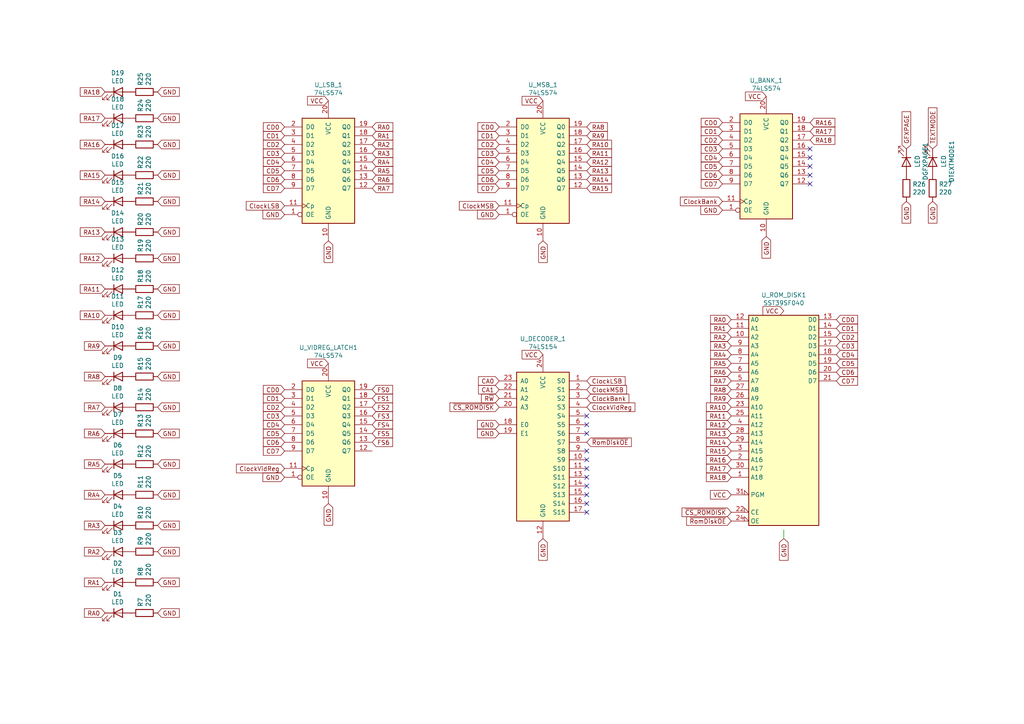
<source format=kicad_sch>
(kicad_sch (version 20211123) (generator eeschema)

  (uuid d3f64c41-9102-44ab-9870-eeafaf84370a)

  (paper "A4")

  (lib_symbols
    (symbol "74xx:74LS154" (pin_names (offset 1.016)) (in_bom yes) (on_board yes)
      (property "Reference" "U" (id 0) (at -7.62 21.59 0)
        (effects (font (size 1.27 1.27)))
      )
      (property "Value" "74LS154" (id 1) (at -7.62 -24.13 0)
        (effects (font (size 1.27 1.27)))
      )
      (property "Footprint" "" (id 2) (at 0 0 0)
        (effects (font (size 1.27 1.27)) hide)
      )
      (property "Datasheet" "http://www.ti.com/lit/gpn/sn74LS154" (id 3) (at 0 0 0)
        (effects (font (size 1.27 1.27)) hide)
      )
      (property "ki_locked" "" (id 4) (at 0 0 0)
        (effects (font (size 1.27 1.27)))
      )
      (property "ki_keywords" "TTL DECOD16 DECOD" (id 5) (at 0 0 0)
        (effects (font (size 1.27 1.27)) hide)
      )
      (property "ki_description" "Decoder 4 to 16" (id 6) (at 0 0 0)
        (effects (font (size 1.27 1.27)) hide)
      )
      (property "ki_fp_filters" "DIP?24*" (id 7) (at 0 0 0)
        (effects (font (size 1.27 1.27)) hide)
      )
      (symbol "74LS154_1_0"
        (pin output line (at 12.7 17.78 180) (length 5.08)
          (name "S0" (effects (font (size 1.27 1.27))))
          (number "1" (effects (font (size 1.27 1.27))))
        )
        (pin output line (at 12.7 -5.08 180) (length 5.08)
          (name "S9" (effects (font (size 1.27 1.27))))
          (number "10" (effects (font (size 1.27 1.27))))
        )
        (pin output line (at 12.7 -7.62 180) (length 5.08)
          (name "S10" (effects (font (size 1.27 1.27))))
          (number "11" (effects (font (size 1.27 1.27))))
        )
        (pin power_in line (at 0 -27.94 90) (length 5.08)
          (name "GND" (effects (font (size 1.27 1.27))))
          (number "12" (effects (font (size 1.27 1.27))))
        )
        (pin output line (at 12.7 -10.16 180) (length 5.08)
          (name "S11" (effects (font (size 1.27 1.27))))
          (number "13" (effects (font (size 1.27 1.27))))
        )
        (pin output line (at 12.7 -12.7 180) (length 5.08)
          (name "S12" (effects (font (size 1.27 1.27))))
          (number "14" (effects (font (size 1.27 1.27))))
        )
        (pin output line (at 12.7 -15.24 180) (length 5.08)
          (name "S13" (effects (font (size 1.27 1.27))))
          (number "15" (effects (font (size 1.27 1.27))))
        )
        (pin output line (at 12.7 -17.78 180) (length 5.08)
          (name "S14" (effects (font (size 1.27 1.27))))
          (number "16" (effects (font (size 1.27 1.27))))
        )
        (pin output line (at 12.7 -20.32 180) (length 5.08)
          (name "S15" (effects (font (size 1.27 1.27))))
          (number "17" (effects (font (size 1.27 1.27))))
        )
        (pin input line (at -12.7 5.08 0) (length 5.08)
          (name "E0" (effects (font (size 1.27 1.27))))
          (number "18" (effects (font (size 1.27 1.27))))
        )
        (pin input line (at -12.7 2.54 0) (length 5.08)
          (name "E1" (effects (font (size 1.27 1.27))))
          (number "19" (effects (font (size 1.27 1.27))))
        )
        (pin output line (at 12.7 15.24 180) (length 5.08)
          (name "S1" (effects (font (size 1.27 1.27))))
          (number "2" (effects (font (size 1.27 1.27))))
        )
        (pin input line (at -12.7 10.16 0) (length 5.08)
          (name "A3" (effects (font (size 1.27 1.27))))
          (number "20" (effects (font (size 1.27 1.27))))
        )
        (pin input line (at -12.7 12.7 0) (length 5.08)
          (name "A2" (effects (font (size 1.27 1.27))))
          (number "21" (effects (font (size 1.27 1.27))))
        )
        (pin input line (at -12.7 15.24 0) (length 5.08)
          (name "A1" (effects (font (size 1.27 1.27))))
          (number "22" (effects (font (size 1.27 1.27))))
        )
        (pin input line (at -12.7 17.78 0) (length 5.08)
          (name "A0" (effects (font (size 1.27 1.27))))
          (number "23" (effects (font (size 1.27 1.27))))
        )
        (pin power_in line (at 0 25.4 270) (length 5.08)
          (name "VCC" (effects (font (size 1.27 1.27))))
          (number "24" (effects (font (size 1.27 1.27))))
        )
        (pin output line (at 12.7 12.7 180) (length 5.08)
          (name "S2" (effects (font (size 1.27 1.27))))
          (number "3" (effects (font (size 1.27 1.27))))
        )
        (pin output line (at 12.7 10.16 180) (length 5.08)
          (name "S3" (effects (font (size 1.27 1.27))))
          (number "4" (effects (font (size 1.27 1.27))))
        )
        (pin output line (at 12.7 7.62 180) (length 5.08)
          (name "S4" (effects (font (size 1.27 1.27))))
          (number "5" (effects (font (size 1.27 1.27))))
        )
        (pin output line (at 12.7 5.08 180) (length 5.08)
          (name "S5" (effects (font (size 1.27 1.27))))
          (number "6" (effects (font (size 1.27 1.27))))
        )
        (pin output line (at 12.7 2.54 180) (length 5.08)
          (name "S6" (effects (font (size 1.27 1.27))))
          (number "7" (effects (font (size 1.27 1.27))))
        )
        (pin output line (at 12.7 0 180) (length 5.08)
          (name "S7" (effects (font (size 1.27 1.27))))
          (number "8" (effects (font (size 1.27 1.27))))
        )
        (pin output line (at 12.7 -2.54 180) (length 5.08)
          (name "S8" (effects (font (size 1.27 1.27))))
          (number "9" (effects (font (size 1.27 1.27))))
        )
      )
      (symbol "74LS154_1_1"
        (rectangle (start -7.62 20.32) (end 7.62 -22.86)
          (stroke (width 0.254) (type default) (color 0 0 0 0))
          (fill (type background))
        )
      )
    )
    (symbol "74xx:74LS574" (pin_names (offset 1.016)) (in_bom yes) (on_board yes)
      (property "Reference" "U" (id 0) (at -7.62 16.51 0)
        (effects (font (size 1.27 1.27)))
      )
      (property "Value" "74LS574" (id 1) (at -7.62 -16.51 0)
        (effects (font (size 1.27 1.27)))
      )
      (property "Footprint" "" (id 2) (at 0 0 0)
        (effects (font (size 1.27 1.27)) hide)
      )
      (property "Datasheet" "http://www.ti.com/lit/gpn/sn74LS574" (id 3) (at 0 0 0)
        (effects (font (size 1.27 1.27)) hide)
      )
      (property "ki_locked" "" (id 4) (at 0 0 0)
        (effects (font (size 1.27 1.27)))
      )
      (property "ki_keywords" "TTL REG DFF DFF8 3State" (id 5) (at 0 0 0)
        (effects (font (size 1.27 1.27)) hide)
      )
      (property "ki_description" "8-bit Register, 3-state outputs" (id 6) (at 0 0 0)
        (effects (font (size 1.27 1.27)) hide)
      )
      (property "ki_fp_filters" "DIP?20*" (id 7) (at 0 0 0)
        (effects (font (size 1.27 1.27)) hide)
      )
      (symbol "74LS574_1_0"
        (pin input inverted (at -12.7 -12.7 0) (length 5.08)
          (name "OE" (effects (font (size 1.27 1.27))))
          (number "1" (effects (font (size 1.27 1.27))))
        )
        (pin power_in line (at 0 -20.32 90) (length 5.08)
          (name "GND" (effects (font (size 1.27 1.27))))
          (number "10" (effects (font (size 1.27 1.27))))
        )
        (pin input clock (at -12.7 -10.16 0) (length 5.08)
          (name "Cp" (effects (font (size 1.27 1.27))))
          (number "11" (effects (font (size 1.27 1.27))))
        )
        (pin tri_state line (at 12.7 -5.08 180) (length 5.08)
          (name "Q7" (effects (font (size 1.27 1.27))))
          (number "12" (effects (font (size 1.27 1.27))))
        )
        (pin tri_state line (at 12.7 -2.54 180) (length 5.08)
          (name "Q6" (effects (font (size 1.27 1.27))))
          (number "13" (effects (font (size 1.27 1.27))))
        )
        (pin tri_state line (at 12.7 0 180) (length 5.08)
          (name "Q5" (effects (font (size 1.27 1.27))))
          (number "14" (effects (font (size 1.27 1.27))))
        )
        (pin tri_state line (at 12.7 2.54 180) (length 5.08)
          (name "Q4" (effects (font (size 1.27 1.27))))
          (number "15" (effects (font (size 1.27 1.27))))
        )
        (pin tri_state line (at 12.7 5.08 180) (length 5.08)
          (name "Q3" (effects (font (size 1.27 1.27))))
          (number "16" (effects (font (size 1.27 1.27))))
        )
        (pin tri_state line (at 12.7 7.62 180) (length 5.08)
          (name "Q2" (effects (font (size 1.27 1.27))))
          (number "17" (effects (font (size 1.27 1.27))))
        )
        (pin tri_state line (at 12.7 10.16 180) (length 5.08)
          (name "Q1" (effects (font (size 1.27 1.27))))
          (number "18" (effects (font (size 1.27 1.27))))
        )
        (pin tri_state line (at 12.7 12.7 180) (length 5.08)
          (name "Q0" (effects (font (size 1.27 1.27))))
          (number "19" (effects (font (size 1.27 1.27))))
        )
        (pin input line (at -12.7 12.7 0) (length 5.08)
          (name "D0" (effects (font (size 1.27 1.27))))
          (number "2" (effects (font (size 1.27 1.27))))
        )
        (pin power_in line (at 0 20.32 270) (length 5.08)
          (name "VCC" (effects (font (size 1.27 1.27))))
          (number "20" (effects (font (size 1.27 1.27))))
        )
        (pin input line (at -12.7 10.16 0) (length 5.08)
          (name "D1" (effects (font (size 1.27 1.27))))
          (number "3" (effects (font (size 1.27 1.27))))
        )
        (pin input line (at -12.7 7.62 0) (length 5.08)
          (name "D2" (effects (font (size 1.27 1.27))))
          (number "4" (effects (font (size 1.27 1.27))))
        )
        (pin input line (at -12.7 5.08 0) (length 5.08)
          (name "D3" (effects (font (size 1.27 1.27))))
          (number "5" (effects (font (size 1.27 1.27))))
        )
        (pin input line (at -12.7 2.54 0) (length 5.08)
          (name "D4" (effects (font (size 1.27 1.27))))
          (number "6" (effects (font (size 1.27 1.27))))
        )
        (pin input line (at -12.7 0 0) (length 5.08)
          (name "D5" (effects (font (size 1.27 1.27))))
          (number "7" (effects (font (size 1.27 1.27))))
        )
        (pin input line (at -12.7 -2.54 0) (length 5.08)
          (name "D6" (effects (font (size 1.27 1.27))))
          (number "8" (effects (font (size 1.27 1.27))))
        )
        (pin input line (at -12.7 -5.08 0) (length 5.08)
          (name "D7" (effects (font (size 1.27 1.27))))
          (number "9" (effects (font (size 1.27 1.27))))
        )
      )
      (symbol "74LS574_1_1"
        (rectangle (start -7.62 15.24) (end 7.62 -15.24)
          (stroke (width 0.254) (type default) (color 0 0 0 0))
          (fill (type background))
        )
      )
    )
    (symbol "Device:LED" (pin_numbers hide) (pin_names (offset 1.016) hide) (in_bom yes) (on_board yes)
      (property "Reference" "D" (id 0) (at 0 2.54 0)
        (effects (font (size 1.27 1.27)))
      )
      (property "Value" "LED" (id 1) (at 0 -2.54 0)
        (effects (font (size 1.27 1.27)))
      )
      (property "Footprint" "" (id 2) (at 0 0 0)
        (effects (font (size 1.27 1.27)) hide)
      )
      (property "Datasheet" "~" (id 3) (at 0 0 0)
        (effects (font (size 1.27 1.27)) hide)
      )
      (property "ki_keywords" "LED diode" (id 4) (at 0 0 0)
        (effects (font (size 1.27 1.27)) hide)
      )
      (property "ki_description" "Light emitting diode" (id 5) (at 0 0 0)
        (effects (font (size 1.27 1.27)) hide)
      )
      (property "ki_fp_filters" "LED* LED_SMD:* LED_THT:*" (id 6) (at 0 0 0)
        (effects (font (size 1.27 1.27)) hide)
      )
      (symbol "LED_0_1"
        (polyline
          (pts
            (xy -1.27 -1.27)
            (xy -1.27 1.27)
          )
          (stroke (width 0.254) (type default) (color 0 0 0 0))
          (fill (type none))
        )
        (polyline
          (pts
            (xy -1.27 0)
            (xy 1.27 0)
          )
          (stroke (width 0) (type default) (color 0 0 0 0))
          (fill (type none))
        )
        (polyline
          (pts
            (xy 1.27 -1.27)
            (xy 1.27 1.27)
            (xy -1.27 0)
            (xy 1.27 -1.27)
          )
          (stroke (width 0.254) (type default) (color 0 0 0 0))
          (fill (type none))
        )
        (polyline
          (pts
            (xy -3.048 -0.762)
            (xy -4.572 -2.286)
            (xy -3.81 -2.286)
            (xy -4.572 -2.286)
            (xy -4.572 -1.524)
          )
          (stroke (width 0) (type default) (color 0 0 0 0))
          (fill (type none))
        )
        (polyline
          (pts
            (xy -1.778 -0.762)
            (xy -3.302 -2.286)
            (xy -2.54 -2.286)
            (xy -3.302 -2.286)
            (xy -3.302 -1.524)
          )
          (stroke (width 0) (type default) (color 0 0 0 0))
          (fill (type none))
        )
      )
      (symbol "LED_1_1"
        (pin passive line (at -3.81 0 0) (length 2.54)
          (name "K" (effects (font (size 1.27 1.27))))
          (number "1" (effects (font (size 1.27 1.27))))
        )
        (pin passive line (at 3.81 0 180) (length 2.54)
          (name "A" (effects (font (size 1.27 1.27))))
          (number "2" (effects (font (size 1.27 1.27))))
        )
      )
    )
    (symbol "Device:R" (pin_numbers hide) (pin_names (offset 0)) (in_bom yes) (on_board yes)
      (property "Reference" "R" (id 0) (at 2.032 0 90)
        (effects (font (size 1.27 1.27)))
      )
      (property "Value" "R" (id 1) (at 0 0 90)
        (effects (font (size 1.27 1.27)))
      )
      (property "Footprint" "" (id 2) (at -1.778 0 90)
        (effects (font (size 1.27 1.27)) hide)
      )
      (property "Datasheet" "~" (id 3) (at 0 0 0)
        (effects (font (size 1.27 1.27)) hide)
      )
      (property "ki_keywords" "R res resistor" (id 4) (at 0 0 0)
        (effects (font (size 1.27 1.27)) hide)
      )
      (property "ki_description" "Resistor" (id 5) (at 0 0 0)
        (effects (font (size 1.27 1.27)) hide)
      )
      (property "ki_fp_filters" "R_*" (id 6) (at 0 0 0)
        (effects (font (size 1.27 1.27)) hide)
      )
      (symbol "R_0_1"
        (rectangle (start -1.016 -2.54) (end 1.016 2.54)
          (stroke (width 0.254) (type default) (color 0 0 0 0))
          (fill (type none))
        )
      )
      (symbol "R_1_1"
        (pin passive line (at 0 3.81 270) (length 1.27)
          (name "~" (effects (font (size 1.27 1.27))))
          (number "1" (effects (font (size 1.27 1.27))))
        )
        (pin passive line (at 0 -3.81 90) (length 1.27)
          (name "~" (effects (font (size 1.27 1.27))))
          (number "2" (effects (font (size 1.27 1.27))))
        )
      )
    )
    (symbol "Memory_Flash:SST39SF040" (in_bom yes) (on_board yes)
      (property "Reference" "U" (id 0) (at 2.54 33.02 0)
        (effects (font (size 1.27 1.27)))
      )
      (property "Value" "SST39SF040" (id 1) (at 0 -30.48 0)
        (effects (font (size 1.27 1.27)))
      )
      (property "Footprint" "" (id 2) (at 0 7.62 0)
        (effects (font (size 1.27 1.27)) hide)
      )
      (property "Datasheet" "http://ww1.microchip.com/downloads/en/DeviceDoc/25022B.pdf" (id 3) (at 0 7.62 0)
        (effects (font (size 1.27 1.27)) hide)
      )
      (property "ki_keywords" "512k flash rom" (id 4) (at 0 0 0)
        (effects (font (size 1.27 1.27)) hide)
      )
      (property "ki_description" "Silicon Storage Technology (SSF) 512k x 8 Flash ROM" (id 5) (at 0 0 0)
        (effects (font (size 1.27 1.27)) hide)
      )
      (symbol "SST39SF040_0_0"
        (pin power_in line (at 0 -30.48 90) (length 1.27) hide
          (name "GND" (effects (font (size 1.27 1.27))))
          (number "16" (effects (font (size 1.27 1.27))))
        )
        (pin power_in line (at 0 33.02 270) (length 1.27) hide
          (name "VCC" (effects (font (size 1.27 1.27))))
          (number "32" (effects (font (size 1.27 1.27))))
        )
      )
      (symbol "SST39SF040_0_1"
        (rectangle (start -10.16 31.75) (end 10.16 -29.21)
          (stroke (width 0.254) (type default) (color 0 0 0 0))
          (fill (type background))
        )
      )
      (symbol "SST39SF040_1_1"
        (pin input line (at -15.24 -15.24 0) (length 5.08)
          (name "A18" (effects (font (size 1.27 1.27))))
          (number "1" (effects (font (size 1.27 1.27))))
        )
        (pin input line (at -15.24 25.4 0) (length 5.08)
          (name "A2" (effects (font (size 1.27 1.27))))
          (number "10" (effects (font (size 1.27 1.27))))
        )
        (pin input line (at -15.24 27.94 0) (length 5.08)
          (name "A1" (effects (font (size 1.27 1.27))))
          (number "11" (effects (font (size 1.27 1.27))))
        )
        (pin input line (at -15.24 30.48 0) (length 5.08)
          (name "A0" (effects (font (size 1.27 1.27))))
          (number "12" (effects (font (size 1.27 1.27))))
        )
        (pin tri_state line (at 15.24 30.48 180) (length 5.08)
          (name "D0" (effects (font (size 1.27 1.27))))
          (number "13" (effects (font (size 1.27 1.27))))
        )
        (pin tri_state line (at 15.24 27.94 180) (length 5.08)
          (name "D1" (effects (font (size 1.27 1.27))))
          (number "14" (effects (font (size 1.27 1.27))))
        )
        (pin tri_state line (at 15.24 25.4 180) (length 5.08)
          (name "D2" (effects (font (size 1.27 1.27))))
          (number "15" (effects (font (size 1.27 1.27))))
        )
        (pin tri_state line (at 15.24 22.86 180) (length 5.08)
          (name "D3" (effects (font (size 1.27 1.27))))
          (number "17" (effects (font (size 1.27 1.27))))
        )
        (pin tri_state line (at 15.24 20.32 180) (length 5.08)
          (name "D4" (effects (font (size 1.27 1.27))))
          (number "18" (effects (font (size 1.27 1.27))))
        )
        (pin tri_state line (at 15.24 17.78 180) (length 5.08)
          (name "D5" (effects (font (size 1.27 1.27))))
          (number "19" (effects (font (size 1.27 1.27))))
        )
        (pin input line (at -15.24 -10.16 0) (length 5.08)
          (name "A16" (effects (font (size 1.27 1.27))))
          (number "2" (effects (font (size 1.27 1.27))))
        )
        (pin tri_state line (at 15.24 15.24 180) (length 5.08)
          (name "D6" (effects (font (size 1.27 1.27))))
          (number "20" (effects (font (size 1.27 1.27))))
        )
        (pin tri_state line (at 15.24 12.7 180) (length 5.08)
          (name "D7" (effects (font (size 1.27 1.27))))
          (number "21" (effects (font (size 1.27 1.27))))
        )
        (pin input input_low (at -15.24 -25.4 0) (length 5.08)
          (name "CE" (effects (font (size 1.27 1.27))))
          (number "22" (effects (font (size 1.27 1.27))))
        )
        (pin input line (at -15.24 5.08 0) (length 5.08)
          (name "A10" (effects (font (size 1.27 1.27))))
          (number "23" (effects (font (size 1.27 1.27))))
        )
        (pin input input_low (at -15.24 -27.94 0) (length 5.08)
          (name "OE" (effects (font (size 1.27 1.27))))
          (number "24" (effects (font (size 1.27 1.27))))
        )
        (pin input line (at -15.24 2.54 0) (length 5.08)
          (name "A11" (effects (font (size 1.27 1.27))))
          (number "25" (effects (font (size 1.27 1.27))))
        )
        (pin input line (at -15.24 7.62 0) (length 5.08)
          (name "A9" (effects (font (size 1.27 1.27))))
          (number "26" (effects (font (size 1.27 1.27))))
        )
        (pin input line (at -15.24 10.16 0) (length 5.08)
          (name "A8" (effects (font (size 1.27 1.27))))
          (number "27" (effects (font (size 1.27 1.27))))
        )
        (pin input line (at -15.24 -2.54 0) (length 5.08)
          (name "A13" (effects (font (size 1.27 1.27))))
          (number "28" (effects (font (size 1.27 1.27))))
        )
        (pin input line (at -15.24 -5.08 0) (length 5.08)
          (name "A14" (effects (font (size 1.27 1.27))))
          (number "29" (effects (font (size 1.27 1.27))))
        )
        (pin input line (at -15.24 -7.62 0) (length 5.08)
          (name "A15" (effects (font (size 1.27 1.27))))
          (number "3" (effects (font (size 1.27 1.27))))
        )
        (pin input line (at -15.24 -12.7 0) (length 5.08)
          (name "A17" (effects (font (size 1.27 1.27))))
          (number "30" (effects (font (size 1.27 1.27))))
        )
        (pin input input_low (at -15.24 -20.32 0) (length 5.08)
          (name "PGM" (effects (font (size 1.27 1.27))))
          (number "31" (effects (font (size 1.27 1.27))))
        )
        (pin input line (at -15.24 0 0) (length 5.08)
          (name "A12" (effects (font (size 1.27 1.27))))
          (number "4" (effects (font (size 1.27 1.27))))
        )
        (pin input line (at -15.24 12.7 0) (length 5.08)
          (name "A7" (effects (font (size 1.27 1.27))))
          (number "5" (effects (font (size 1.27 1.27))))
        )
        (pin input line (at -15.24 15.24 0) (length 5.08)
          (name "A6" (effects (font (size 1.27 1.27))))
          (number "6" (effects (font (size 1.27 1.27))))
        )
        (pin input line (at -15.24 17.78 0) (length 5.08)
          (name "A5" (effects (font (size 1.27 1.27))))
          (number "7" (effects (font (size 1.27 1.27))))
        )
        (pin input line (at -15.24 20.32 0) (length 5.08)
          (name "A4" (effects (font (size 1.27 1.27))))
          (number "8" (effects (font (size 1.27 1.27))))
        )
        (pin input line (at -15.24 22.86 0) (length 5.08)
          (name "A3" (effects (font (size 1.27 1.27))))
          (number "9" (effects (font (size 1.27 1.27))))
        )
      )
    )
  )


  (no_connect (at 170.18 148.59) (uuid 2cb0999e-09f7-40f3-8b04-ad2c060e57e7))
  (no_connect (at 170.18 140.97) (uuid 43b659bd-cf3b-4d11-80c3-5dfa7098dda0))
  (no_connect (at 170.18 133.35) (uuid 5d15ba75-9202-48ad-8309-30bac899d052))
  (no_connect (at 170.18 135.89) (uuid 65ac8b64-be7a-4d32-bb5a-6c78e066c307))
  (no_connect (at 170.18 130.81) (uuid 6ce8b7e9-a5f6-406f-a5b5-0cb254f4cf58))
  (no_connect (at 170.18 146.05) (uuid 77c89075-9a55-4d6e-9bc8-e32a268f374b))
  (no_connect (at 170.18 143.51) (uuid a3ed1098-cd76-42af-a167-e953e70bb788))
  (no_connect (at 234.95 48.26) (uuid ada45154-fa3a-4b90-8223-bea381cc9db7))
  (no_connect (at 234.95 50.8) (uuid ada45154-fa3a-4b90-8223-bea381cc9db8))
  (no_connect (at 234.95 53.34) (uuid ada45154-fa3a-4b90-8223-bea381cc9db9))
  (no_connect (at 234.95 43.18) (uuid ada45154-fa3a-4b90-8223-bea381cc9dba))
  (no_connect (at 234.95 45.72) (uuid ada45154-fa3a-4b90-8223-bea381cc9dbb))
  (no_connect (at 170.18 138.43) (uuid ba296eb8-3ce8-4dea-a9b6-1ae883801a0e))
  (no_connect (at 170.18 125.73) (uuid c47cf49a-8971-4512-8b75-9c64609cdbe3))
  (no_connect (at 170.18 120.65) (uuid ec4d59c5-71e9-4c8a-a3f1-d9f4249a719e))
  (no_connect (at 170.18 123.19) (uuid f1b88ea8-cd07-46e5-bb37-6a51474a2660))

  (wire (pts (xy 227.33 153.67) (xy 227.33 156.21))
    (stroke (width 0) (type default) (color 0 0 0 0))
    (uuid a9bff8ec-7b2c-4d69-a9ed-1907110797be)
  )

  (global_label "~{RomDiskOE}" (shape input) (at 212.09 151.13 180) (fields_autoplaced)
    (effects (font (size 1.27 1.27)) (justify right))
    (uuid 0034094e-5b9a-482b-a6cb-c67fe12ea62f)
    (property "Intersheet References" "${INTERSHEET_REFS}" (id 0) (at 0 0 0)
      (effects (font (size 1.27 1.27)) hide)
    )
  )
  (global_label "RA11" (shape input) (at 170.18 44.45 0) (fields_autoplaced)
    (effects (font (size 1.27 1.27)) (justify left))
    (uuid 00de68e0-c792-42c1-a01f-eee2f401e165)
    (property "Intersheet References" "${INTERSHEET_REFS}" (id 0) (at -13.97 1.27 0)
      (effects (font (size 1.27 1.27)) hide)
    )
  )
  (global_label "RA15" (shape input) (at 212.09 130.81 180) (fields_autoplaced)
    (effects (font (size 1.27 1.27)) (justify right))
    (uuid 00e5fed9-5e40-4247-84d5-26c5b986f59a)
    (property "Intersheet References" "${INTERSHEET_REFS}" (id 0) (at 0 0 0)
      (effects (font (size 1.27 1.27)) hide)
    )
  )
  (global_label "GND" (shape input) (at 144.78 123.19 180) (fields_autoplaced)
    (effects (font (size 1.27 1.27)) (justify right))
    (uuid 01b64775-07a3-421d-b811-74654e7c5170)
    (property "Intersheet References" "${INTERSHEET_REFS}" (id 0) (at -8.89 13.97 0)
      (effects (font (size 1.27 1.27)) hide)
    )
  )
  (global_label "TEXTMODE" (shape input) (at 270.51 43.18 90) (fields_autoplaced)
    (effects (font (size 1.27 1.27)) (justify left))
    (uuid 031e222b-faeb-4a22-9e7b-9d1e7273d01a)
    (property "Intersheet References" "${INTERSHEET_REFS}" (id 0) (at 270.4306 31.2721 90)
      (effects (font (size 1.27 1.27)) (justify left) hide)
    )
  )
  (global_label "VCC" (shape input) (at 212.09 143.51 180) (fields_autoplaced)
    (effects (font (size 1.27 1.27)) (justify right))
    (uuid 098dd9fb-3c02-432c-96e3-cd2cd3a76848)
    (property "Intersheet References" "${INTERSHEET_REFS}" (id 0) (at 0 0 0)
      (effects (font (size 1.27 1.27)) hide)
    )
  )
  (global_label "~{RomDiskOE}" (shape input) (at 170.18 128.27 0) (fields_autoplaced)
    (effects (font (size 1.27 1.27)) (justify left))
    (uuid 09c80611-61e7-4835-9e45-f7c8429ee91c)
    (property "Intersheet References" "${INTERSHEET_REFS}" (id 0) (at -8.89 11.43 0)
      (effects (font (size 1.27 1.27)) hide)
    )
  )
  (global_label "GND" (shape input) (at 209.55 60.96 180) (fields_autoplaced)
    (effects (font (size 1.27 1.27)) (justify right))
    (uuid 0b95b7fc-a1c8-47f9-b1e0-f08da7cd115c)
    (property "Intersheet References" "${INTERSHEET_REFS}" (id 0) (at -13.97 1.27 0)
      (effects (font (size 1.27 1.27)) hide)
    )
  )
  (global_label "CD0" (shape input) (at 82.55 113.03 180) (fields_autoplaced)
    (effects (font (size 1.27 1.27)) (justify right))
    (uuid 0baa1126-7717-4975-9438-f2a9f8980b14)
    (property "Intersheet References" "${INTERSHEET_REFS}" (id 0) (at 76.3874 112.9506 0)
      (effects (font (size 1.27 1.27)) (justify right) hide)
    )
  )
  (global_label "VCC" (shape input) (at 157.48 102.87 180) (fields_autoplaced)
    (effects (font (size 1.27 1.27)) (justify right))
    (uuid 0d783a06-0728-4401-8b1c-31e8e23e9b72)
    (property "Intersheet References" "${INTERSHEET_REFS}" (id 0) (at -8.89 13.97 0)
      (effects (font (size 1.27 1.27)) hide)
    )
  )
  (global_label "CD5" (shape input) (at 242.57 105.41 0) (fields_autoplaced)
    (effects (font (size 1.27 1.27)) (justify left))
    (uuid 0e8f9fce-a932-4d7e-9512-9e1d91cb315c)
    (property "Intersheet References" "${INTERSHEET_REFS}" (id 0) (at 248.7326 105.3306 0)
      (effects (font (size 1.27 1.27)) (justify left) hide)
    )
  )
  (global_label "CA1" (shape input) (at 144.78 113.03 180) (fields_autoplaced)
    (effects (font (size 1.27 1.27)) (justify right))
    (uuid 0f2ce858-6695-4146-8842-5cab4995c2c4)
    (property "Intersheet References" "${INTERSHEET_REFS}" (id 0) (at 138.7988 112.9506 0)
      (effects (font (size 1.27 1.27)) (justify right) hide)
    )
  )
  (global_label "GND" (shape input) (at 45.72 177.8 0) (fields_autoplaced)
    (effects (font (size 1.27 1.27)) (justify left))
    (uuid 11af92a3-bd19-4704-a06f-d804f85b3057)
    (property "Intersheet References" "${INTERSHEET_REFS}" (id 0) (at -138.43 195.58 0)
      (effects (font (size 1.27 1.27)) hide)
    )
  )
  (global_label "CD1" (shape input) (at 144.78 39.37 180) (fields_autoplaced)
    (effects (font (size 1.27 1.27)) (justify right))
    (uuid 143d70b1-c43d-4552-94cb-618cbefe8fb0)
    (property "Intersheet References" "${INTERSHEET_REFS}" (id 0) (at 138.6174 39.2906 0)
      (effects (font (size 1.27 1.27)) (justify right) hide)
    )
  )
  (global_label "VCC" (shape input) (at 95.25 105.41 180) (fields_autoplaced)
    (effects (font (size 1.27 1.27)) (justify right))
    (uuid 14749bc2-f766-4d46-acd2-f8f57f89dde6)
    (property "Intersheet References" "${INTERSHEET_REFS}" (id 0) (at -140.97 78.74 0)
      (effects (font (size 1.27 1.27)) hide)
    )
  )
  (global_label "ClockBank" (shape input) (at 209.55 58.42 180) (fields_autoplaced)
    (effects (font (size 1.27 1.27)) (justify right))
    (uuid 14dd20fe-f457-4057-b400-31b37322356f)
    (property "Intersheet References" "${INTERSHEET_REFS}" (id 0) (at -13.97 1.27 0)
      (effects (font (size 1.27 1.27)) hide)
    )
  )
  (global_label "GFXPAGE" (shape input) (at 262.89 43.18 90) (fields_autoplaced)
    (effects (font (size 1.27 1.27)) (justify left))
    (uuid 16384f04-47af-46af-8372-346a2f6632c6)
    (property "Intersheet References" "${INTERSHEET_REFS}" (id 0) (at 262.8106 32.4212 90)
      (effects (font (size 1.27 1.27)) (justify left) hide)
    )
  )
  (global_label "CD3" (shape input) (at 82.55 120.65 180) (fields_autoplaced)
    (effects (font (size 1.27 1.27)) (justify right))
    (uuid 1796f20f-277f-4adc-8ac2-0d569972c0f2)
    (property "Intersheet References" "${INTERSHEET_REFS}" (id 0) (at 76.3874 120.5706 0)
      (effects (font (size 1.27 1.27)) (justify right) hide)
    )
  )
  (global_label "GND" (shape input) (at 45.72 58.42 0) (fields_autoplaced)
    (effects (font (size 1.27 1.27)) (justify left))
    (uuid 18cee325-91c7-4ff7-a7d5-e280e092bf6a)
    (property "Intersheet References" "${INTERSHEET_REFS}" (id 0) (at -138.43 195.58 0)
      (effects (font (size 1.27 1.27)) hide)
    )
  )
  (global_label "CD5" (shape input) (at 82.55 125.73 180) (fields_autoplaced)
    (effects (font (size 1.27 1.27)) (justify right))
    (uuid 1a62dc7e-16c2-4053-963b-8121e4464232)
    (property "Intersheet References" "${INTERSHEET_REFS}" (id 0) (at 76.3874 125.6506 0)
      (effects (font (size 1.27 1.27)) (justify right) hide)
    )
  )
  (global_label "RA7" (shape input) (at 212.09 110.49 180) (fields_autoplaced)
    (effects (font (size 1.27 1.27)) (justify right))
    (uuid 1cfce370-4ebd-41d0-8029-183ffd388dff)
    (property "Intersheet References" "${INTERSHEET_REFS}" (id 0) (at 0 0 0)
      (effects (font (size 1.27 1.27)) hide)
    )
  )
  (global_label "ClockLSB" (shape input) (at 82.55 59.69 180) (fields_autoplaced)
    (effects (font (size 1.27 1.27)) (justify right))
    (uuid 1f775adf-5d26-4740-9cdb-a9165bb81394)
    (property "Intersheet References" "${INTERSHEET_REFS}" (id 0) (at -13.97 1.27 0)
      (effects (font (size 1.27 1.27)) hide)
    )
  )
  (global_label "RA10" (shape input) (at 30.48 91.44 180) (fields_autoplaced)
    (effects (font (size 1.27 1.27)) (justify right))
    (uuid 24efa7a7-1d1c-4f58-a468-13e1066b7622)
    (property "Intersheet References" "${INTERSHEET_REFS}" (id 0) (at -138.43 195.58 0)
      (effects (font (size 1.27 1.27)) hide)
    )
  )
  (global_label "GND" (shape input) (at 222.25 68.58 270) (fields_autoplaced)
    (effects (font (size 1.27 1.27)) (justify right))
    (uuid 25259870-9202-4a41-8af0-dad3b33c35da)
    (property "Intersheet References" "${INTERSHEET_REFS}" (id 0) (at -13.97 1.27 0)
      (effects (font (size 1.27 1.27)) hide)
    )
  )
  (global_label "RA8" (shape input) (at 212.09 113.03 180) (fields_autoplaced)
    (effects (font (size 1.27 1.27)) (justify right))
    (uuid 25c7a9f2-b8e7-4c45-abcb-5942adc1fd43)
    (property "Intersheet References" "${INTERSHEET_REFS}" (id 0) (at 0 0 0)
      (effects (font (size 1.27 1.27)) hide)
    )
  )
  (global_label "RA4" (shape input) (at 30.48 143.51 180) (fields_autoplaced)
    (effects (font (size 1.27 1.27)) (justify right))
    (uuid 26cffa67-5b14-4874-9fbd-fa736eb948c0)
    (property "Intersheet References" "${INTERSHEET_REFS}" (id 0) (at -138.43 195.58 0)
      (effects (font (size 1.27 1.27)) hide)
    )
  )
  (global_label "FS6" (shape input) (at 107.95 128.27 0) (fields_autoplaced)
    (effects (font (size 1.27 1.27)) (justify left))
    (uuid 2727442d-c839-44c9-bb57-834213978649)
    (property "Intersheet References" "${INTERSHEET_REFS}" (id 0) (at 113.8707 128.1906 0)
      (effects (font (size 1.27 1.27)) (justify left) hide)
    )
  )
  (global_label "RA8" (shape input) (at 30.48 109.22 180) (fields_autoplaced)
    (effects (font (size 1.27 1.27)) (justify right))
    (uuid 27982f5d-d283-4df2-bdbb-58f99768ced9)
    (property "Intersheet References" "${INTERSHEET_REFS}" (id 0) (at -138.43 195.58 0)
      (effects (font (size 1.27 1.27)) hide)
    )
  )
  (global_label "RA14" (shape input) (at 30.48 58.42 180) (fields_autoplaced)
    (effects (font (size 1.27 1.27)) (justify right))
    (uuid 2886a19d-5f28-4e0a-af8a-9b2881e108f1)
    (property "Intersheet References" "${INTERSHEET_REFS}" (id 0) (at -138.43 195.58 0)
      (effects (font (size 1.27 1.27)) hide)
    )
  )
  (global_label "CD5" (shape input) (at 144.78 49.53 180) (fields_autoplaced)
    (effects (font (size 1.27 1.27)) (justify right))
    (uuid 2a497942-a454-41d8-9d53-3f48997ef189)
    (property "Intersheet References" "${INTERSHEET_REFS}" (id 0) (at 138.6174 49.4506 0)
      (effects (font (size 1.27 1.27)) (justify right) hide)
    )
  )
  (global_label "RA14" (shape input) (at 170.18 52.07 0) (fields_autoplaced)
    (effects (font (size 1.27 1.27)) (justify left))
    (uuid 2eb2af69-6133-491f-b622-de5d4708c684)
    (property "Intersheet References" "${INTERSHEET_REFS}" (id 0) (at -13.97 1.27 0)
      (effects (font (size 1.27 1.27)) hide)
    )
  )
  (global_label "RA17" (shape input) (at 234.95 38.1 0) (fields_autoplaced)
    (effects (font (size 1.27 1.27)) (justify left))
    (uuid 2f0c5739-8ff4-4a08-878d-3183186d5aa8)
    (property "Intersheet References" "${INTERSHEET_REFS}" (id 0) (at -13.97 1.27 0)
      (effects (font (size 1.27 1.27)) hide)
    )
  )
  (global_label "ClockVidReg" (shape input) (at 82.55 135.89 180) (fields_autoplaced)
    (effects (font (size 1.27 1.27)) (justify right))
    (uuid 3089f1d8-e9c7-470e-8d6f-b2e212f87261)
    (property "Intersheet References" "${INTERSHEET_REFS}" (id 0) (at 68.5859 135.8106 0)
      (effects (font (size 1.27 1.27)) (justify right) hide)
    )
  )
  (global_label "RA7" (shape input) (at 30.48 118.11 180) (fields_autoplaced)
    (effects (font (size 1.27 1.27)) (justify right))
    (uuid 30cbe6d9-ff74-40d2-9eb8-dbdc9e18bd99)
    (property "Intersheet References" "${INTERSHEET_REFS}" (id 0) (at -138.43 195.58 0)
      (effects (font (size 1.27 1.27)) hide)
    )
  )
  (global_label "RA16" (shape input) (at 212.09 133.35 180) (fields_autoplaced)
    (effects (font (size 1.27 1.27)) (justify right))
    (uuid 34391e06-fdc0-4eb8-b6de-4dfd3549dc55)
    (property "Intersheet References" "${INTERSHEET_REFS}" (id 0) (at 0 0 0)
      (effects (font (size 1.27 1.27)) hide)
    )
  )
  (global_label "CD0" (shape input) (at 82.55 36.83 180) (fields_autoplaced)
    (effects (font (size 1.27 1.27)) (justify right))
    (uuid 36897bb0-1b58-49df-a84f-7e33140fb2b5)
    (property "Intersheet References" "${INTERSHEET_REFS}" (id 0) (at 76.3874 36.7506 0)
      (effects (font (size 1.27 1.27)) (justify right) hide)
    )
  )
  (global_label "RA12" (shape input) (at 30.48 74.93 180) (fields_autoplaced)
    (effects (font (size 1.27 1.27)) (justify right))
    (uuid 37a8445a-3a38-4e0a-890f-9b57e19b993e)
    (property "Intersheet References" "${INTERSHEET_REFS}" (id 0) (at -138.43 195.58 0)
      (effects (font (size 1.27 1.27)) hide)
    )
  )
  (global_label "RA5" (shape input) (at 30.48 134.62 180) (fields_autoplaced)
    (effects (font (size 1.27 1.27)) (justify right))
    (uuid 38b43b3f-5f44-45e7-b646-59ad70032d24)
    (property "Intersheet References" "${INTERSHEET_REFS}" (id 0) (at -138.43 195.58 0)
      (effects (font (size 1.27 1.27)) hide)
    )
  )
  (global_label "GND" (shape input) (at 45.72 125.73 0) (fields_autoplaced)
    (effects (font (size 1.27 1.27)) (justify left))
    (uuid 38e95f2e-463e-4cb4-b5dd-077c0bef236a)
    (property "Intersheet References" "${INTERSHEET_REFS}" (id 0) (at -138.43 195.58 0)
      (effects (font (size 1.27 1.27)) hide)
    )
  )
  (global_label "RA4" (shape input) (at 212.09 102.87 180) (fields_autoplaced)
    (effects (font (size 1.27 1.27)) (justify right))
    (uuid 3918ac9d-0e3a-49b2-aa4a-1a51bff153f7)
    (property "Intersheet References" "${INTERSHEET_REFS}" (id 0) (at 0 0 0)
      (effects (font (size 1.27 1.27)) hide)
    )
  )
  (global_label "FS4" (shape input) (at 107.95 123.19 0) (fields_autoplaced)
    (effects (font (size 1.27 1.27)) (justify left))
    (uuid 3b4f1b54-f369-4fa9-9f2a-e458a49e18a5)
    (property "Intersheet References" "${INTERSHEET_REFS}" (id 0) (at 113.8707 123.1106 0)
      (effects (font (size 1.27 1.27)) (justify left) hide)
    )
  )
  (global_label "CD3" (shape input) (at 209.55 43.18 180) (fields_autoplaced)
    (effects (font (size 1.27 1.27)) (justify right))
    (uuid 3bf0d355-651a-46b8-863f-2a5e980a150a)
    (property "Intersheet References" "${INTERSHEET_REFS}" (id 0) (at 203.3874 43.1006 0)
      (effects (font (size 1.27 1.27)) (justify right) hide)
    )
  )
  (global_label "RA18" (shape input) (at 212.09 138.43 180) (fields_autoplaced)
    (effects (font (size 1.27 1.27)) (justify right))
    (uuid 3c1e3323-3f2e-447f-bd5f-039686b02da1)
    (property "Intersheet References" "${INTERSHEET_REFS}" (id 0) (at 0 0 0)
      (effects (font (size 1.27 1.27)) hide)
    )
  )
  (global_label "RA18" (shape input) (at 30.48 26.67 180) (fields_autoplaced)
    (effects (font (size 1.27 1.27)) (justify right))
    (uuid 3fe1478e-02ed-4f1e-a5af-be94e30ad3d4)
    (property "Intersheet References" "${INTERSHEET_REFS}" (id 0) (at -138.43 195.58 0)
      (effects (font (size 1.27 1.27)) hide)
    )
  )
  (global_label "GND" (shape input) (at 82.55 62.23 180) (fields_autoplaced)
    (effects (font (size 1.27 1.27)) (justify right))
    (uuid 404fb617-10bc-4f39-a48e-072beb460d09)
    (property "Intersheet References" "${INTERSHEET_REFS}" (id 0) (at -13.97 1.27 0)
      (effects (font (size 1.27 1.27)) hide)
    )
  )
  (global_label "CD4" (shape input) (at 82.55 46.99 180) (fields_autoplaced)
    (effects (font (size 1.27 1.27)) (justify right))
    (uuid 40a33181-468d-4538-a130-5e4cad5eca1e)
    (property "Intersheet References" "${INTERSHEET_REFS}" (id 0) (at 76.3874 46.9106 0)
      (effects (font (size 1.27 1.27)) (justify right) hide)
    )
  )
  (global_label "GND" (shape input) (at 45.72 34.29 0) (fields_autoplaced)
    (effects (font (size 1.27 1.27)) (justify left))
    (uuid 41afd88c-c029-41b9-a6e8-428226812c23)
    (property "Intersheet References" "${INTERSHEET_REFS}" (id 0) (at -138.43 195.58 0)
      (effects (font (size 1.27 1.27)) hide)
    )
  )
  (global_label "CD4" (shape input) (at 144.78 46.99 180) (fields_autoplaced)
    (effects (font (size 1.27 1.27)) (justify right))
    (uuid 43d2802f-9a70-447e-96f2-caa34bdb38c8)
    (property "Intersheet References" "${INTERSHEET_REFS}" (id 0) (at 138.6174 46.9106 0)
      (effects (font (size 1.27 1.27)) (justify right) hide)
    )
  )
  (global_label "CD2" (shape input) (at 82.55 41.91 180) (fields_autoplaced)
    (effects (font (size 1.27 1.27)) (justify right))
    (uuid 478da522-24b6-4f26-b416-1832ff90e84b)
    (property "Intersheet References" "${INTERSHEET_REFS}" (id 0) (at 76.3874 41.8306 0)
      (effects (font (size 1.27 1.27)) (justify right) hide)
    )
  )
  (global_label "RA15" (shape input) (at 170.18 54.61 0) (fields_autoplaced)
    (effects (font (size 1.27 1.27)) (justify left))
    (uuid 4c06df80-10da-43f4-a125-d44e52f7fd8a)
    (property "Intersheet References" "${INTERSHEET_REFS}" (id 0) (at -13.97 1.27 0)
      (effects (font (size 1.27 1.27)) hide)
    )
  )
  (global_label "CD7" (shape input) (at 209.55 53.34 180) (fields_autoplaced)
    (effects (font (size 1.27 1.27)) (justify right))
    (uuid 4cab221a-f783-40d0-ad3e-318e1401676c)
    (property "Intersheet References" "${INTERSHEET_REFS}" (id 0) (at 203.3874 53.2606 0)
      (effects (font (size 1.27 1.27)) (justify right) hide)
    )
  )
  (global_label "FS2" (shape input) (at 107.95 118.11 0) (fields_autoplaced)
    (effects (font (size 1.27 1.27)) (justify left))
    (uuid 4fc1c8ef-c6f1-4e3d-9f18-b7a9fb7ddf21)
    (property "Intersheet References" "${INTERSHEET_REFS}" (id 0) (at 113.8707 118.0306 0)
      (effects (font (size 1.27 1.27)) (justify left) hide)
    )
  )
  (global_label "RA17" (shape input) (at 212.09 135.89 180) (fields_autoplaced)
    (effects (font (size 1.27 1.27)) (justify right))
    (uuid 507c0c1f-b349-48f9-8b2f-7a2a66f6b18e)
    (property "Intersheet References" "${INTERSHEET_REFS}" (id 0) (at 0 0 0)
      (effects (font (size 1.27 1.27)) hide)
    )
  )
  (global_label "RA2" (shape input) (at 107.95 41.91 0) (fields_autoplaced)
    (effects (font (size 1.27 1.27)) (justify left))
    (uuid 523df899-0dda-49a1-9ee1-78e6eaf37a3a)
    (property "Intersheet References" "${INTERSHEET_REFS}" (id 0) (at -13.97 1.27 0)
      (effects (font (size 1.27 1.27)) hide)
    )
  )
  (global_label "GND" (shape input) (at 45.72 152.4 0) (fields_autoplaced)
    (effects (font (size 1.27 1.27)) (justify left))
    (uuid 57417297-77db-49a3-9ba6-1ce89f9505bd)
    (property "Intersheet References" "${INTERSHEET_REFS}" (id 0) (at -138.43 195.58 0)
      (effects (font (size 1.27 1.27)) hide)
    )
  )
  (global_label "GND" (shape input) (at 45.72 67.31 0) (fields_autoplaced)
    (effects (font (size 1.27 1.27)) (justify left))
    (uuid 5928a923-5578-4e0e-a3bd-ae141ad1e95d)
    (property "Intersheet References" "${INTERSHEET_REFS}" (id 0) (at -138.43 195.58 0)
      (effects (font (size 1.27 1.27)) hide)
    )
  )
  (global_label "RA6" (shape input) (at 107.95 52.07 0) (fields_autoplaced)
    (effects (font (size 1.27 1.27)) (justify left))
    (uuid 59e66913-979b-4121-bdb3-967eab6ca923)
    (property "Intersheet References" "${INTERSHEET_REFS}" (id 0) (at -13.97 1.27 0)
      (effects (font (size 1.27 1.27)) hide)
    )
  )
  (global_label "ClockMSB" (shape input) (at 144.78 59.69 180) (fields_autoplaced)
    (effects (font (size 1.27 1.27)) (justify right))
    (uuid 5aef7df4-0b85-434e-b2e0-2b8392f39f92)
    (property "Intersheet References" "${INTERSHEET_REFS}" (id 0) (at -13.97 1.27 0)
      (effects (font (size 1.27 1.27)) hide)
    )
  )
  (global_label "GND" (shape input) (at 45.72 134.62 0) (fields_autoplaced)
    (effects (font (size 1.27 1.27)) (justify left))
    (uuid 5f05a66b-4669-46b5-a3c8-2eae8d858eb1)
    (property "Intersheet References" "${INTERSHEET_REFS}" (id 0) (at -138.43 195.58 0)
      (effects (font (size 1.27 1.27)) hide)
    )
  )
  (global_label "CD3" (shape input) (at 82.55 44.45 180) (fields_autoplaced)
    (effects (font (size 1.27 1.27)) (justify right))
    (uuid 5f7e1e1a-6e32-47a5-87b0-919e314f46ee)
    (property "Intersheet References" "${INTERSHEET_REFS}" (id 0) (at 76.3874 44.3706 0)
      (effects (font (size 1.27 1.27)) (justify right) hide)
    )
  )
  (global_label "R~{W}" (shape input) (at 144.78 115.57 180) (fields_autoplaced)
    (effects (font (size 1.27 1.27)) (justify right))
    (uuid 60922b84-1517-49a8-8e5b-020291e1d39e)
    (property "Intersheet References" "${INTERSHEET_REFS}" (id 0) (at -8.89 13.97 0)
      (effects (font (size 1.27 1.27)) hide)
    )
  )
  (global_label "CD2" (shape input) (at 144.78 41.91 180) (fields_autoplaced)
    (effects (font (size 1.27 1.27)) (justify right))
    (uuid 60ef0f74-c4ab-4f60-9c48-8f38780d44a8)
    (property "Intersheet References" "${INTERSHEET_REFS}" (id 0) (at 138.6174 41.8306 0)
      (effects (font (size 1.27 1.27)) (justify right) hide)
    )
  )
  (global_label "RA3" (shape input) (at 30.48 152.4 180) (fields_autoplaced)
    (effects (font (size 1.27 1.27)) (justify right))
    (uuid 63731f34-8c22-4116-bd85-04d761e24538)
    (property "Intersheet References" "${INTERSHEET_REFS}" (id 0) (at -138.43 195.58 0)
      (effects (font (size 1.27 1.27)) hide)
    )
  )
  (global_label "RA5" (shape input) (at 212.09 105.41 180) (fields_autoplaced)
    (effects (font (size 1.27 1.27)) (justify right))
    (uuid 66611c0a-d014-4761-a2b3-819997455740)
    (property "Intersheet References" "${INTERSHEET_REFS}" (id 0) (at 0 0 0)
      (effects (font (size 1.27 1.27)) hide)
    )
  )
  (global_label "CD6" (shape input) (at 82.55 52.07 180) (fields_autoplaced)
    (effects (font (size 1.27 1.27)) (justify right))
    (uuid 69290f93-316f-4833-8282-dc9d678fbcb2)
    (property "Intersheet References" "${INTERSHEET_REFS}" (id 0) (at 76.3874 51.9906 0)
      (effects (font (size 1.27 1.27)) (justify right) hide)
    )
  )
  (global_label "GND" (shape input) (at 95.25 69.85 270) (fields_autoplaced)
    (effects (font (size 1.27 1.27)) (justify right))
    (uuid 69495223-27f3-460b-bd7c-f1013ad6e1c7)
    (property "Intersheet References" "${INTERSHEET_REFS}" (id 0) (at -13.97 1.27 0)
      (effects (font (size 1.27 1.27)) hide)
    )
  )
  (global_label "RA3" (shape input) (at 212.09 100.33 180) (fields_autoplaced)
    (effects (font (size 1.27 1.27)) (justify right))
    (uuid 6a5e4769-657e-4946-a0f3-366164260136)
    (property "Intersheet References" "${INTERSHEET_REFS}" (id 0) (at 0 0 0)
      (effects (font (size 1.27 1.27)) hide)
    )
  )
  (global_label "FS3" (shape input) (at 107.95 120.65 0) (fields_autoplaced)
    (effects (font (size 1.27 1.27)) (justify left))
    (uuid 6adf64b1-2701-4d08-93b9-f13721f8018a)
    (property "Intersheet References" "${INTERSHEET_REFS}" (id 0) (at 113.8707 120.5706 0)
      (effects (font (size 1.27 1.27)) (justify left) hide)
    )
  )
  (global_label "RA10" (shape input) (at 170.18 41.91 0) (fields_autoplaced)
    (effects (font (size 1.27 1.27)) (justify left))
    (uuid 6b7312e2-4bda-4892-ac43-fec8b3d778c5)
    (property "Intersheet References" "${INTERSHEET_REFS}" (id 0) (at -13.97 1.27 0)
      (effects (font (size 1.27 1.27)) hide)
    )
  )
  (global_label "CD4" (shape input) (at 242.57 102.87 0) (fields_autoplaced)
    (effects (font (size 1.27 1.27)) (justify left))
    (uuid 6c98e0a9-f641-4e34-b4e1-afb35315cdb4)
    (property "Intersheet References" "${INTERSHEET_REFS}" (id 0) (at 248.7326 102.7906 0)
      (effects (font (size 1.27 1.27)) (justify left) hide)
    )
  )
  (global_label "RA0" (shape input) (at 212.09 92.71 180) (fields_autoplaced)
    (effects (font (size 1.27 1.27)) (justify right))
    (uuid 6ce0f56d-03af-4af0-a4af-48bb05d26df3)
    (property "Intersheet References" "${INTERSHEET_REFS}" (id 0) (at 0 0 0)
      (effects (font (size 1.27 1.27)) hide)
    )
  )
  (global_label "CD2" (shape input) (at 82.55 118.11 180) (fields_autoplaced)
    (effects (font (size 1.27 1.27)) (justify right))
    (uuid 6e62cae4-1fa6-4f05-97ba-5114fb611dc6)
    (property "Intersheet References" "${INTERSHEET_REFS}" (id 0) (at 76.3874 118.0306 0)
      (effects (font (size 1.27 1.27)) (justify right) hide)
    )
  )
  (global_label "CD6" (shape input) (at 242.57 107.95 0) (fields_autoplaced)
    (effects (font (size 1.27 1.27)) (justify left))
    (uuid 6fdd3bd9-bfff-4cb7-bb92-e2041f4a4d62)
    (property "Intersheet References" "${INTERSHEET_REFS}" (id 0) (at 248.7326 107.8706 0)
      (effects (font (size 1.27 1.27)) (justify left) hide)
    )
  )
  (global_label "CD3" (shape input) (at 144.78 44.45 180) (fields_autoplaced)
    (effects (font (size 1.27 1.27)) (justify right))
    (uuid 73ef7c41-fc49-40c1-9bd1-c9539f1b8582)
    (property "Intersheet References" "${INTERSHEET_REFS}" (id 0) (at 138.6174 44.3706 0)
      (effects (font (size 1.27 1.27)) (justify right) hide)
    )
  )
  (global_label "GND" (shape input) (at 262.89 58.42 270) (fields_autoplaced)
    (effects (font (size 1.27 1.27)) (justify right))
    (uuid 7405a3f3-3447-4c3e-9d5f-bba776e7a917)
    (property "Intersheet References" "${INTERSHEET_REFS}" (id 0) (at 101.6 -125.73 0)
      (effects (font (size 1.27 1.27)) hide)
    )
  )
  (global_label "CD1" (shape input) (at 242.57 95.25 0) (fields_autoplaced)
    (effects (font (size 1.27 1.27)) (justify left))
    (uuid 748144cb-82bd-4d8f-bcad-7a0b46ba64aa)
    (property "Intersheet References" "${INTERSHEET_REFS}" (id 0) (at 248.7326 95.1706 0)
      (effects (font (size 1.27 1.27)) (justify left) hide)
    )
  )
  (global_label "CD0" (shape input) (at 144.78 36.83 180) (fields_autoplaced)
    (effects (font (size 1.27 1.27)) (justify right))
    (uuid 7532b34f-bc04-4e76-801d-0cb1031ec36d)
    (property "Intersheet References" "${INTERSHEET_REFS}" (id 0) (at 138.6174 36.7506 0)
      (effects (font (size 1.27 1.27)) (justify right) hide)
    )
  )
  (global_label "GND" (shape input) (at 45.72 50.8 0) (fields_autoplaced)
    (effects (font (size 1.27 1.27)) (justify left))
    (uuid 779f6618-2a4f-46ab-b32f-cf1a3e9eac15)
    (property "Intersheet References" "${INTERSHEET_REFS}" (id 0) (at -138.43 195.58 0)
      (effects (font (size 1.27 1.27)) hide)
    )
  )
  (global_label "GND" (shape input) (at 45.72 83.82 0) (fields_autoplaced)
    (effects (font (size 1.27 1.27)) (justify left))
    (uuid 795bc0ae-b126-4fbf-955a-9a3645a2567b)
    (property "Intersheet References" "${INTERSHEET_REFS}" (id 0) (at -138.43 195.58 0)
      (effects (font (size 1.27 1.27)) hide)
    )
  )
  (global_label "GND" (shape input) (at 45.72 168.91 0) (fields_autoplaced)
    (effects (font (size 1.27 1.27)) (justify left))
    (uuid 799a1515-c97d-49fe-b938-3034ecad886d)
    (property "Intersheet References" "${INTERSHEET_REFS}" (id 0) (at -138.43 195.58 0)
      (effects (font (size 1.27 1.27)) hide)
    )
  )
  (global_label "CD7" (shape input) (at 242.57 110.49 0) (fields_autoplaced)
    (effects (font (size 1.27 1.27)) (justify left))
    (uuid 7b5fd15a-cb40-47ed-b560-ca3e1e15d3eb)
    (property "Intersheet References" "${INTERSHEET_REFS}" (id 0) (at 248.7326 110.4106 0)
      (effects (font (size 1.27 1.27)) (justify left) hide)
    )
  )
  (global_label "GND" (shape input) (at 45.72 26.67 0) (fields_autoplaced)
    (effects (font (size 1.27 1.27)) (justify left))
    (uuid 7cc68402-b41a-425b-a8c5-c317e366eb5f)
    (property "Intersheet References" "${INTERSHEET_REFS}" (id 0) (at -138.43 195.58 0)
      (effects (font (size 1.27 1.27)) hide)
    )
  )
  (global_label "GND" (shape input) (at 45.72 109.22 0) (fields_autoplaced)
    (effects (font (size 1.27 1.27)) (justify left))
    (uuid 7d5c833e-cfe5-4d99-b770-ffeddc661de1)
    (property "Intersheet References" "${INTERSHEET_REFS}" (id 0) (at -138.43 195.58 0)
      (effects (font (size 1.27 1.27)) hide)
    )
  )
  (global_label "RA17" (shape input) (at 30.48 34.29 180) (fields_autoplaced)
    (effects (font (size 1.27 1.27)) (justify right))
    (uuid 7e8c2392-69e1-4714-9f17-d94875a4e594)
    (property "Intersheet References" "${INTERSHEET_REFS}" (id 0) (at -138.43 195.58 0)
      (effects (font (size 1.27 1.27)) hide)
    )
  )
  (global_label "CD1" (shape input) (at 82.55 115.57 180) (fields_autoplaced)
    (effects (font (size 1.27 1.27)) (justify right))
    (uuid 7f524361-161e-43fc-8a0f-ce7f245be604)
    (property "Intersheet References" "${INTERSHEET_REFS}" (id 0) (at 76.3874 115.4906 0)
      (effects (font (size 1.27 1.27)) (justify right) hide)
    )
  )
  (global_label "GND" (shape input) (at 82.55 138.43 180) (fields_autoplaced)
    (effects (font (size 1.27 1.27)) (justify right))
    (uuid 81859379-5075-4fd3-a05d-e24ef02e4035)
    (property "Intersheet References" "${INTERSHEET_REFS}" (id 0) (at -140.97 78.74 0)
      (effects (font (size 1.27 1.27)) hide)
    )
  )
  (global_label "GND" (shape input) (at 144.78 62.23 180) (fields_autoplaced)
    (effects (font (size 1.27 1.27)) (justify right))
    (uuid 83c53aa8-50ea-4b03-8550-6b5235a9d28e)
    (property "Intersheet References" "${INTERSHEET_REFS}" (id 0) (at -13.97 1.27 0)
      (effects (font (size 1.27 1.27)) hide)
    )
  )
  (global_label "CD1" (shape input) (at 209.55 38.1 180) (fields_autoplaced)
    (effects (font (size 1.27 1.27)) (justify right))
    (uuid 8509dd95-5336-4681-ada6-11d06e99cd03)
    (property "Intersheet References" "${INTERSHEET_REFS}" (id 0) (at 203.3874 38.0206 0)
      (effects (font (size 1.27 1.27)) (justify right) hide)
    )
  )
  (global_label "GND" (shape input) (at 157.48 69.85 270) (fields_autoplaced)
    (effects (font (size 1.27 1.27)) (justify right))
    (uuid 87798874-41cf-4545-9698-092ba72b97e2)
    (property "Intersheet References" "${INTERSHEET_REFS}" (id 0) (at -13.97 1.27 0)
      (effects (font (size 1.27 1.27)) hide)
    )
  )
  (global_label "RA5" (shape input) (at 107.95 49.53 0) (fields_autoplaced)
    (effects (font (size 1.27 1.27)) (justify left))
    (uuid 87a332a4-15b3-4415-a18d-daf5b5cc3b0e)
    (property "Intersheet References" "${INTERSHEET_REFS}" (id 0) (at -13.97 1.27 0)
      (effects (font (size 1.27 1.27)) hide)
    )
  )
  (global_label "CD4" (shape input) (at 82.55 123.19 180) (fields_autoplaced)
    (effects (font (size 1.27 1.27)) (justify right))
    (uuid 8873ac66-eddf-4c8d-8416-17bbcf43396b)
    (property "Intersheet References" "${INTERSHEET_REFS}" (id 0) (at 76.3874 123.1106 0)
      (effects (font (size 1.27 1.27)) (justify right) hide)
    )
  )
  (global_label "GND" (shape input) (at 45.72 74.93 0) (fields_autoplaced)
    (effects (font (size 1.27 1.27)) (justify left))
    (uuid 8a358531-2ac8-40dc-b858-532bad131a9b)
    (property "Intersheet References" "${INTERSHEET_REFS}" (id 0) (at -138.43 195.58 0)
      (effects (font (size 1.27 1.27)) hide)
    )
  )
  (global_label "RA16" (shape input) (at 234.95 35.56 0) (fields_autoplaced)
    (effects (font (size 1.27 1.27)) (justify left))
    (uuid 8a78923d-11f1-4bc4-98c9-d7a9dd9539c1)
    (property "Intersheet References" "${INTERSHEET_REFS}" (id 0) (at -13.97 1.27 0)
      (effects (font (size 1.27 1.27)) hide)
    )
  )
  (global_label "RA9" (shape input) (at 212.09 115.57 180) (fields_autoplaced)
    (effects (font (size 1.27 1.27)) (justify right))
    (uuid 8c3a9b99-91e7-48cd-a3cb-d24fcf904d80)
    (property "Intersheet References" "${INTERSHEET_REFS}" (id 0) (at 0 0 0)
      (effects (font (size 1.27 1.27)) hide)
    )
  )
  (global_label "CD7" (shape input) (at 144.78 54.61 180) (fields_autoplaced)
    (effects (font (size 1.27 1.27)) (justify right))
    (uuid 8c8ece8c-9769-42ad-bb1a-9dccd87d5d71)
    (property "Intersheet References" "${INTERSHEET_REFS}" (id 0) (at 138.6174 54.5306 0)
      (effects (font (size 1.27 1.27)) (justify right) hide)
    )
  )
  (global_label "RA13" (shape input) (at 170.18 49.53 0) (fields_autoplaced)
    (effects (font (size 1.27 1.27)) (justify left))
    (uuid 8fada525-69a5-44a4-8f8b-061d2c2a2ed4)
    (property "Intersheet References" "${INTERSHEET_REFS}" (id 0) (at -13.97 1.27 0)
      (effects (font (size 1.27 1.27)) hide)
    )
  )
  (global_label "GND" (shape input) (at 45.72 91.44 0) (fields_autoplaced)
    (effects (font (size 1.27 1.27)) (justify left))
    (uuid 8fb358df-d186-453d-bbd1-46154b8a6b04)
    (property "Intersheet References" "${INTERSHEET_REFS}" (id 0) (at -138.43 195.58 0)
      (effects (font (size 1.27 1.27)) hide)
    )
  )
  (global_label "CD0" (shape input) (at 242.57 92.71 0) (fields_autoplaced)
    (effects (font (size 1.27 1.27)) (justify left))
    (uuid 9382da9f-53b4-4fc4-9792-ef5e64e056b5)
    (property "Intersheet References" "${INTERSHEET_REFS}" (id 0) (at 248.7326 92.6306 0)
      (effects (font (size 1.27 1.27)) (justify left) hide)
    )
  )
  (global_label "GND" (shape input) (at 95.25 146.05 270) (fields_autoplaced)
    (effects (font (size 1.27 1.27)) (justify right))
    (uuid 94613f60-7481-45d2-8950-ee7603e43eea)
    (property "Intersheet References" "${INTERSHEET_REFS}" (id 0) (at -140.97 78.74 0)
      (effects (font (size 1.27 1.27)) hide)
    )
  )
  (global_label "RA11" (shape input) (at 212.09 120.65 180) (fields_autoplaced)
    (effects (font (size 1.27 1.27)) (justify right))
    (uuid 964bf184-ccbb-4276-b4a7-926325e9f28c)
    (property "Intersheet References" "${INTERSHEET_REFS}" (id 0) (at 0 0 0)
      (effects (font (size 1.27 1.27)) hide)
    )
  )
  (global_label "GND" (shape input) (at 144.78 125.73 180) (fields_autoplaced)
    (effects (font (size 1.27 1.27)) (justify right))
    (uuid 980c82f6-8c1a-4ebd-8cfc-47de446ac6d3)
    (property "Intersheet References" "${INTERSHEET_REFS}" (id 0) (at -8.89 13.97 0)
      (effects (font (size 1.27 1.27)) hide)
    )
  )
  (global_label "CD3" (shape input) (at 242.57 100.33 0) (fields_autoplaced)
    (effects (font (size 1.27 1.27)) (justify left))
    (uuid 98793391-1c00-4708-a964-b95dd9e2d26f)
    (property "Intersheet References" "${INTERSHEET_REFS}" (id 0) (at 248.7326 100.2506 0)
      (effects (font (size 1.27 1.27)) (justify left) hide)
    )
  )
  (global_label "GND" (shape input) (at 157.48 156.21 270) (fields_autoplaced)
    (effects (font (size 1.27 1.27)) (justify right))
    (uuid 9b348e93-3e84-4838-afce-def8633b8761)
    (property "Intersheet References" "${INTERSHEET_REFS}" (id 0) (at -8.89 13.97 0)
      (effects (font (size 1.27 1.27)) hide)
    )
  )
  (global_label "VCC" (shape input) (at 227.33 90.17 180) (fields_autoplaced)
    (effects (font (size 1.27 1.27)) (justify right))
    (uuid a21b8133-30e0-473a-bd09-6480e4ed5ea4)
    (property "Intersheet References" "${INTERSHEET_REFS}" (id 0) (at 0 0 0)
      (effects (font (size 1.27 1.27)) hide)
    )
  )
  (global_label "GND" (shape input) (at 45.72 143.51 0) (fields_autoplaced)
    (effects (font (size 1.27 1.27)) (justify left))
    (uuid a57ea9f8-9139-4e7a-a8ec-b5d0268eb4fb)
    (property "Intersheet References" "${INTERSHEET_REFS}" (id 0) (at -138.43 195.58 0)
      (effects (font (size 1.27 1.27)) hide)
    )
  )
  (global_label "VCC" (shape input) (at 95.25 29.21 180) (fields_autoplaced)
    (effects (font (size 1.27 1.27)) (justify right))
    (uuid a73af215-e009-447b-8cfe-8afbdf203274)
    (property "Intersheet References" "${INTERSHEET_REFS}" (id 0) (at -13.97 1.27 0)
      (effects (font (size 1.27 1.27)) hide)
    )
  )
  (global_label "CD6" (shape input) (at 82.55 128.27 180) (fields_autoplaced)
    (effects (font (size 1.27 1.27)) (justify right))
    (uuid a7648da7-6169-4d27-884a-fe767140bfe0)
    (property "Intersheet References" "${INTERSHEET_REFS}" (id 0) (at 76.3874 128.1906 0)
      (effects (font (size 1.27 1.27)) (justify right) hide)
    )
  )
  (global_label "CD2" (shape input) (at 242.57 97.79 0) (fields_autoplaced)
    (effects (font (size 1.27 1.27)) (justify left))
    (uuid a769a9e9-07e3-48c8-878e-879ee07ce6c4)
    (property "Intersheet References" "${INTERSHEET_REFS}" (id 0) (at 248.7326 97.7106 0)
      (effects (font (size 1.27 1.27)) (justify left) hide)
    )
  )
  (global_label "RA1" (shape input) (at 107.95 39.37 0) (fields_autoplaced)
    (effects (font (size 1.27 1.27)) (justify left))
    (uuid a783821f-fc3b-4678-bf3e-17a3a7b11e57)
    (property "Intersheet References" "${INTERSHEET_REFS}" (id 0) (at -13.97 1.27 0)
      (effects (font (size 1.27 1.27)) hide)
    )
  )
  (global_label "CD4" (shape input) (at 209.55 45.72 180) (fields_autoplaced)
    (effects (font (size 1.27 1.27)) (justify right))
    (uuid ac15d485-19be-4ce7-b0e8-ca3bc1152582)
    (property "Intersheet References" "${INTERSHEET_REFS}" (id 0) (at 203.3874 45.6406 0)
      (effects (font (size 1.27 1.27)) (justify right) hide)
    )
  )
  (global_label "RA4" (shape input) (at 107.95 46.99 0) (fields_autoplaced)
    (effects (font (size 1.27 1.27)) (justify left))
    (uuid aef8ee71-d8fe-45c6-9c5b-e8371535fb56)
    (property "Intersheet References" "${INTERSHEET_REFS}" (id 0) (at -13.97 1.27 0)
      (effects (font (size 1.27 1.27)) hide)
    )
  )
  (global_label "CD6" (shape input) (at 209.55 50.8 180) (fields_autoplaced)
    (effects (font (size 1.27 1.27)) (justify right))
    (uuid af7f5cb4-94ee-49d3-a888-6b7e9f7acb03)
    (property "Intersheet References" "${INTERSHEET_REFS}" (id 0) (at 203.3874 50.7206 0)
      (effects (font (size 1.27 1.27)) (justify right) hide)
    )
  )
  (global_label "GND" (shape input) (at 45.72 118.11 0) (fields_autoplaced)
    (effects (font (size 1.27 1.27)) (justify left))
    (uuid b68deac9-7291-4290-925b-b9c9d06ea346)
    (property "Intersheet References" "${INTERSHEET_REFS}" (id 0) (at -138.43 195.58 0)
      (effects (font (size 1.27 1.27)) hide)
    )
  )
  (global_label "FS5" (shape input) (at 107.95 125.73 0) (fields_autoplaced)
    (effects (font (size 1.27 1.27)) (justify left))
    (uuid b6d6cf06-5811-438a-90f3-3a0684d8816a)
    (property "Intersheet References" "${INTERSHEET_REFS}" (id 0) (at 113.8707 125.6506 0)
      (effects (font (size 1.27 1.27)) (justify left) hide)
    )
  )
  (global_label "RA1" (shape input) (at 30.48 168.91 180) (fields_autoplaced)
    (effects (font (size 1.27 1.27)) (justify right))
    (uuid b9274101-4135-4963-bf51-eeea371091c4)
    (property "Intersheet References" "${INTERSHEET_REFS}" (id 0) (at -138.43 195.58 0)
      (effects (font (size 1.27 1.27)) hide)
    )
  )
  (global_label "RA6" (shape input) (at 212.09 107.95 180) (fields_autoplaced)
    (effects (font (size 1.27 1.27)) (justify right))
    (uuid bb518794-058b-44ea-9656-919ce1617c56)
    (property "Intersheet References" "${INTERSHEET_REFS}" (id 0) (at 0 0 0)
      (effects (font (size 1.27 1.27)) hide)
    )
  )
  (global_label "RA12" (shape input) (at 170.18 46.99 0) (fields_autoplaced)
    (effects (font (size 1.27 1.27)) (justify left))
    (uuid bfc39b52-a6a0-47a2-a098-d1d97af30769)
    (property "Intersheet References" "${INTERSHEET_REFS}" (id 0) (at -13.97 1.27 0)
      (effects (font (size 1.27 1.27)) hide)
    )
  )
  (global_label "CD7" (shape input) (at 82.55 130.81 180) (fields_autoplaced)
    (effects (font (size 1.27 1.27)) (justify right))
    (uuid c04f50a1-ed19-4c33-993d-c9030932439d)
    (property "Intersheet References" "${INTERSHEET_REFS}" (id 0) (at 76.3874 130.7306 0)
      (effects (font (size 1.27 1.27)) (justify right) hide)
    )
  )
  (global_label "RA3" (shape input) (at 107.95 44.45 0) (fields_autoplaced)
    (effects (font (size 1.27 1.27)) (justify left))
    (uuid c0c0dfce-25d3-45b2-a88e-25f379354e59)
    (property "Intersheet References" "${INTERSHEET_REFS}" (id 0) (at -13.97 1.27 0)
      (effects (font (size 1.27 1.27)) hide)
    )
  )
  (global_label "RA11" (shape input) (at 30.48 83.82 180) (fields_autoplaced)
    (effects (font (size 1.27 1.27)) (justify right))
    (uuid c1e303c8-8acc-402a-a050-21f1cabfc220)
    (property "Intersheet References" "${INTERSHEET_REFS}" (id 0) (at -138.43 195.58 0)
      (effects (font (size 1.27 1.27)) hide)
    )
  )
  (global_label "CD7" (shape input) (at 82.55 54.61 180) (fields_autoplaced)
    (effects (font (size 1.27 1.27)) (justify right))
    (uuid c8cf4673-ff54-4bba-a077-17b4434727a3)
    (property "Intersheet References" "${INTERSHEET_REFS}" (id 0) (at 76.3874 54.5306 0)
      (effects (font (size 1.27 1.27)) (justify right) hide)
    )
  )
  (global_label "~{CS_ROMDISK}" (shape input) (at 144.78 118.11 180) (fields_autoplaced)
    (effects (font (size 1.27 1.27)) (justify right))
    (uuid c944e984-541c-454c-8227-0f50a37b773a)
    (property "Intersheet References" "${INTERSHEET_REFS}" (id 0) (at -8.89 13.97 0)
      (effects (font (size 1.27 1.27)) hide)
    )
  )
  (global_label "ClockVidReg" (shape input) (at 170.18 118.11 0) (fields_autoplaced)
    (effects (font (size 1.27 1.27)) (justify left))
    (uuid cec933df-ba1b-4777-98ca-ff86f69b99b6)
    (property "Intersheet References" "${INTERSHEET_REFS}" (id 0) (at 184.1441 118.0306 0)
      (effects (font (size 1.27 1.27)) (justify left) hide)
    )
  )
  (global_label "CD5" (shape input) (at 209.55 48.26 180) (fields_autoplaced)
    (effects (font (size 1.27 1.27)) (justify right))
    (uuid cf65ddaf-4d5f-4775-aa0b-507fd53473fc)
    (property "Intersheet References" "${INTERSHEET_REFS}" (id 0) (at 203.3874 48.1806 0)
      (effects (font (size 1.27 1.27)) (justify right) hide)
    )
  )
  (global_label "RA16" (shape input) (at 30.48 41.91 180) (fields_autoplaced)
    (effects (font (size 1.27 1.27)) (justify right))
    (uuid cf76ddbc-8c95-4bad-9b73-8c34913c0fcf)
    (property "Intersheet References" "${INTERSHEET_REFS}" (id 0) (at -138.43 195.58 0)
      (effects (font (size 1.27 1.27)) hide)
    )
  )
  (global_label "RA7" (shape input) (at 107.95 54.61 0) (fields_autoplaced)
    (effects (font (size 1.27 1.27)) (justify left))
    (uuid cfc49b9b-0e11-4cae-b7ad-d29b822f6e76)
    (property "Intersheet References" "${INTERSHEET_REFS}" (id 0) (at -13.97 1.27 0)
      (effects (font (size 1.27 1.27)) hide)
    )
  )
  (global_label "GND" (shape input) (at 270.51 58.42 270) (fields_autoplaced)
    (effects (font (size 1.27 1.27)) (justify right))
    (uuid d24bb670-abf9-41cf-8d9f-b4ce97524891)
    (property "Intersheet References" "${INTERSHEET_REFS}" (id 0) (at 101.6 -125.73 0)
      (effects (font (size 1.27 1.27)) hide)
    )
  )
  (global_label "VCC" (shape input) (at 222.25 27.94 180) (fields_autoplaced)
    (effects (font (size 1.27 1.27)) (justify right))
    (uuid d35e3fce-efc1-4f3a-83a7-e1c3fd241ae5)
    (property "Intersheet References" "${INTERSHEET_REFS}" (id 0) (at -13.97 1.27 0)
      (effects (font (size 1.27 1.27)) hide)
    )
  )
  (global_label "RA1" (shape input) (at 212.09 95.25 180) (fields_autoplaced)
    (effects (font (size 1.27 1.27)) (justify right))
    (uuid d3d68ae4-4b07-4727-b57d-88c31ad9115a)
    (property "Intersheet References" "${INTERSHEET_REFS}" (id 0) (at 0 0 0)
      (effects (font (size 1.27 1.27)) hide)
    )
  )
  (global_label "RA12" (shape input) (at 212.09 123.19 180) (fields_autoplaced)
    (effects (font (size 1.27 1.27)) (justify right))
    (uuid d5b20eea-950f-4def-a194-fb4222e38bec)
    (property "Intersheet References" "${INTERSHEET_REFS}" (id 0) (at 0 0 0)
      (effects (font (size 1.27 1.27)) hide)
    )
  )
  (global_label "CD6" (shape input) (at 144.78 52.07 180) (fields_autoplaced)
    (effects (font (size 1.27 1.27)) (justify right))
    (uuid d5fbbbef-a9df-4640-a7c6-81df6a60bf83)
    (property "Intersheet References" "${INTERSHEET_REFS}" (id 0) (at 138.6174 51.9906 0)
      (effects (font (size 1.27 1.27)) (justify right) hide)
    )
  )
  (global_label "~{CS_ROMDISK}" (shape input) (at 212.09 148.59 180) (fields_autoplaced)
    (effects (font (size 1.27 1.27)) (justify right))
    (uuid d92f281f-ce4c-4803-bdd8-988c444445f4)
    (property "Intersheet References" "${INTERSHEET_REFS}" (id 0) (at 0 0 0)
      (effects (font (size 1.27 1.27)) hide)
    )
  )
  (global_label "RA10" (shape input) (at 212.09 118.11 180) (fields_autoplaced)
    (effects (font (size 1.27 1.27)) (justify right))
    (uuid d961471c-0fd7-4900-a644-b8afd8e3a61e)
    (property "Intersheet References" "${INTERSHEET_REFS}" (id 0) (at 0 0 0)
      (effects (font (size 1.27 1.27)) hide)
    )
  )
  (global_label "RA8" (shape input) (at 170.18 36.83 0) (fields_autoplaced)
    (effects (font (size 1.27 1.27)) (justify left))
    (uuid dd9ec87a-ab21-4ef2-8362-126fec14ddbd)
    (property "Intersheet References" "${INTERSHEET_REFS}" (id 0) (at -13.97 1.27 0)
      (effects (font (size 1.27 1.27)) hide)
    )
  )
  (global_label "RA0" (shape input) (at 30.48 177.8 180) (fields_autoplaced)
    (effects (font (size 1.27 1.27)) (justify right))
    (uuid df1fb9d8-bfe4-415b-b393-f1c64eb99f2a)
    (property "Intersheet References" "${INTERSHEET_REFS}" (id 0) (at -138.43 195.58 0)
      (effects (font (size 1.27 1.27)) hide)
    )
  )
  (global_label "GND" (shape input) (at 227.33 156.21 270) (fields_autoplaced)
    (effects (font (size 1.27 1.27)) (justify right))
    (uuid e1155ef3-d588-4250-98ba-6e47f8194f88)
    (property "Intersheet References" "${INTERSHEET_REFS}" (id 0) (at 0 2.54 0)
      (effects (font (size 1.27 1.27)) hide)
    )
  )
  (global_label "CD5" (shape input) (at 82.55 49.53 180) (fields_autoplaced)
    (effects (font (size 1.27 1.27)) (justify right))
    (uuid e2f3c688-f9ce-425e-ba46-54552845ae07)
    (property "Intersheet References" "${INTERSHEET_REFS}" (id 0) (at 76.3874 49.4506 0)
      (effects (font (size 1.27 1.27)) (justify right) hide)
    )
  )
  (global_label "RA14" (shape input) (at 212.09 128.27 180) (fields_autoplaced)
    (effects (font (size 1.27 1.27)) (justify right))
    (uuid e3153571-fed0-4a65-840d-429f2fc03951)
    (property "Intersheet References" "${INTERSHEET_REFS}" (id 0) (at 0 0 0)
      (effects (font (size 1.27 1.27)) hide)
    )
  )
  (global_label "VCC" (shape input) (at 157.48 29.21 180) (fields_autoplaced)
    (effects (font (size 1.27 1.27)) (justify right))
    (uuid e4a41d36-9fb5-48f9-8d62-3655b8d3b013)
    (property "Intersheet References" "${INTERSHEET_REFS}" (id 0) (at -13.97 1.27 0)
      (effects (font (size 1.27 1.27)) hide)
    )
  )
  (global_label "RA15" (shape input) (at 30.48 50.8 180) (fields_autoplaced)
    (effects (font (size 1.27 1.27)) (justify right))
    (uuid e4baca19-1338-4de4-abea-71c239bf4fb0)
    (property "Intersheet References" "${INTERSHEET_REFS}" (id 0) (at -138.43 195.58 0)
      (effects (font (size 1.27 1.27)) hide)
    )
  )
  (global_label "FS1" (shape input) (at 107.95 115.57 0) (fields_autoplaced)
    (effects (font (size 1.27 1.27)) (justify left))
    (uuid e79f9ede-b1b0-498c-ba03-db7b2c0ef90f)
    (property "Intersheet References" "${INTERSHEET_REFS}" (id 0) (at 113.8707 115.4906 0)
      (effects (font (size 1.27 1.27)) (justify left) hide)
    )
  )
  (global_label "RA9" (shape input) (at 170.18 39.37 0) (fields_autoplaced)
    (effects (font (size 1.27 1.27)) (justify left))
    (uuid e84c8393-f974-4e91-a4ae-53a2a4a23fb2)
    (property "Intersheet References" "${INTERSHEET_REFS}" (id 0) (at -13.97 1.27 0)
      (effects (font (size 1.27 1.27)) hide)
    )
  )
  (global_label "RA13" (shape input) (at 212.09 125.73 180) (fields_autoplaced)
    (effects (font (size 1.27 1.27)) (justify right))
    (uuid ea1a4764-03d0-4cf6-9e2b-acfc66c71532)
    (property "Intersheet References" "${INTERSHEET_REFS}" (id 0) (at 0 0 0)
      (effects (font (size 1.27 1.27)) hide)
    )
  )
  (global_label "RA13" (shape input) (at 30.48 67.31 180) (fields_autoplaced)
    (effects (font (size 1.27 1.27)) (justify right))
    (uuid ea7507fa-00f2-410e-92cf-162b32c32a61)
    (property "Intersheet References" "${INTERSHEET_REFS}" (id 0) (at -138.43 195.58 0)
      (effects (font (size 1.27 1.27)) hide)
    )
  )
  (global_label "GND" (shape input) (at 45.72 160.02 0) (fields_autoplaced)
    (effects (font (size 1.27 1.27)) (justify left))
    (uuid ea7e69b8-129c-4441-aeff-3d522b9039a7)
    (property "Intersheet References" "${INTERSHEET_REFS}" (id 0) (at -138.43 195.58 0)
      (effects (font (size 1.27 1.27)) hide)
    )
  )
  (global_label "CD1" (shape input) (at 82.55 39.37 180) (fields_autoplaced)
    (effects (font (size 1.27 1.27)) (justify right))
    (uuid ea9d9b8e-b1f3-488f-9ff8-1bd9bdb6e5f6)
    (property "Intersheet References" "${INTERSHEET_REFS}" (id 0) (at 76.3874 39.2906 0)
      (effects (font (size 1.27 1.27)) (justify right) hide)
    )
  )
  (global_label "CD2" (shape input) (at 209.55 40.64 180) (fields_autoplaced)
    (effects (font (size 1.27 1.27)) (justify right))
    (uuid ebb697db-cb1e-441f-a69b-c45c04d8d700)
    (property "Intersheet References" "${INTERSHEET_REFS}" (id 0) (at 203.3874 40.5606 0)
      (effects (font (size 1.27 1.27)) (justify right) hide)
    )
  )
  (global_label "FS0" (shape input) (at 107.95 113.03 0) (fields_autoplaced)
    (effects (font (size 1.27 1.27)) (justify left))
    (uuid ec2be6f6-ec06-4da2-8857-db16deebfdd8)
    (property "Intersheet References" "${INTERSHEET_REFS}" (id 0) (at 113.8707 112.9506 0)
      (effects (font (size 1.27 1.27)) (justify left) hide)
    )
  )
  (global_label "RA6" (shape input) (at 30.48 125.73 180) (fields_autoplaced)
    (effects (font (size 1.27 1.27)) (justify right))
    (uuid edbb1068-2fe7-4263-a5c9-5bae8ab371f9)
    (property "Intersheet References" "${INTERSHEET_REFS}" (id 0) (at -138.43 195.58 0)
      (effects (font (size 1.27 1.27)) hide)
    )
  )
  (global_label "ClockMSB" (shape input) (at 170.18 113.03 0) (fields_autoplaced)
    (effects (font (size 1.27 1.27)) (justify left))
    (uuid eee8c44e-3163-4b46-b7e0-18d8bf5cc105)
    (property "Intersheet References" "${INTERSHEET_REFS}" (id 0) (at -8.89 13.97 0)
      (effects (font (size 1.27 1.27)) hide)
    )
  )
  (global_label "CA0" (shape input) (at 144.78 110.49 180) (fields_autoplaced)
    (effects (font (size 1.27 1.27)) (justify right))
    (uuid efdba042-b2bf-48ba-8b93-3f9232ce89e6)
    (property "Intersheet References" "${INTERSHEET_REFS}" (id 0) (at 138.7988 110.4106 0)
      (effects (font (size 1.27 1.27)) (justify right) hide)
    )
  )
  (global_label "RA0" (shape input) (at 107.95 36.83 0) (fields_autoplaced)
    (effects (font (size 1.27 1.27)) (justify left))
    (uuid f24f7000-2d4c-4c6f-b64c-4d87ef97eff3)
    (property "Intersheet References" "${INTERSHEET_REFS}" (id 0) (at -13.97 1.27 0)
      (effects (font (size 1.27 1.27)) hide)
    )
  )
  (global_label "RA18" (shape input) (at 234.95 40.64 0) (fields_autoplaced)
    (effects (font (size 1.27 1.27)) (justify left))
    (uuid f38c2a4c-10ad-47e0-a6f6-33daa87854c3)
    (property "Intersheet References" "${INTERSHEET_REFS}" (id 0) (at -13.97 1.27 0)
      (effects (font (size 1.27 1.27)) hide)
    )
  )
  (global_label "RA2" (shape input) (at 30.48 160.02 180) (fields_autoplaced)
    (effects (font (size 1.27 1.27)) (justify right))
    (uuid f3ad54e7-0443-4591-a6d9-d3c77b2c3e8a)
    (property "Intersheet References" "${INTERSHEET_REFS}" (id 0) (at -138.43 195.58 0)
      (effects (font (size 1.27 1.27)) hide)
    )
  )
  (global_label "GND" (shape input) (at 45.72 100.33 0) (fields_autoplaced)
    (effects (font (size 1.27 1.27)) (justify left))
    (uuid f567e80a-3869-453d-84d4-8ab2928ccbfa)
    (property "Intersheet References" "${INTERSHEET_REFS}" (id 0) (at -138.43 195.58 0)
      (effects (font (size 1.27 1.27)) hide)
    )
  )
  (global_label "RA2" (shape input) (at 212.09 97.79 180) (fields_autoplaced)
    (effects (font (size 1.27 1.27)) (justify right))
    (uuid f85586a5-7613-4242-b422-2b282e4573c5)
    (property "Intersheet References" "${INTERSHEET_REFS}" (id 0) (at 0 0 0)
      (effects (font (size 1.27 1.27)) hide)
    )
  )
  (global_label "RA9" (shape input) (at 30.48 100.33 180) (fields_autoplaced)
    (effects (font (size 1.27 1.27)) (justify right))
    (uuid f9720ec5-cae7-4b6c-b25e-d9337091d570)
    (property "Intersheet References" "${INTERSHEET_REFS}" (id 0) (at -138.43 195.58 0)
      (effects (font (size 1.27 1.27)) hide)
    )
  )
  (global_label "ClockLSB" (shape input) (at 170.18 110.49 0) (fields_autoplaced)
    (effects (font (size 1.27 1.27)) (justify left))
    (uuid f98280f1-18a5-49ce-9025-ec9d509c28b0)
    (property "Intersheet References" "${INTERSHEET_REFS}" (id 0) (at -8.89 13.97 0)
      (effects (font (size 1.27 1.27)) hide)
    )
  )
  (global_label "ClockBank" (shape input) (at 170.18 115.57 0) (fields_autoplaced)
    (effects (font (size 1.27 1.27)) (justify left))
    (uuid fa26f9e4-9274-45d3-a818-f462d147fa6f)
    (property "Intersheet References" "${INTERSHEET_REFS}" (id 0) (at -8.89 13.97 0)
      (effects (font (size 1.27 1.27)) hide)
    )
  )
  (global_label "GND" (shape input) (at 45.72 41.91 0) (fields_autoplaced)
    (effects (font (size 1.27 1.27)) (justify left))
    (uuid fbd50b79-55e0-4175-a072-e557258a066f)
    (property "Intersheet References" "${INTERSHEET_REFS}" (id 0) (at -138.43 195.58 0)
      (effects (font (size 1.27 1.27)) hide)
    )
  )
  (global_label "CD0" (shape input) (at 209.55 35.56 180) (fields_autoplaced)
    (effects (font (size 1.27 1.27)) (justify right))
    (uuid fc3a41c3-88d7-4d00-81b5-a6cc1307d0e4)
    (property "Intersheet References" "${INTERSHEET_REFS}" (id 0) (at 203.3874 35.4806 0)
      (effects (font (size 1.27 1.27)) (justify right) hide)
    )
  )

  (symbol (lib_id "Device:LED") (at 34.29 152.4 0) (unit 1)
    (in_bom yes) (on_board yes)
    (uuid 03f12297-1c0b-4e58-9edc-c822b432d87e)
    (property "Reference" "D4" (id 0) (at 34.1122 146.8882 0))
    (property "Value" "LED" (id 1) (at 34.1122 149.1996 0))
    (property "Footprint" "LED_THT:LED_D3.0mm" (id 2) (at 34.29 152.4 0)
      (effects (font (size 1.27 1.27)) hide)
    )
    (property "Datasheet" "~" (id 3) (at 34.29 152.4 0)
      (effects (font (size 1.27 1.27)) hide)
    )
    (pin "1" (uuid 104edc55-fac3-48f2-87aa-9292b0f262d6))
    (pin "2" (uuid d916e59d-d49e-40a1-aa7f-a23471f9f4a8))
  )

  (symbol (lib_id "Device:R") (at 41.91 26.67 90) (unit 1)
    (in_bom yes) (on_board yes)
    (uuid 070d52a8-b908-491c-9c04-9ac329206545)
    (property "Reference" "R25" (id 0) (at 40.7416 24.892 0)
      (effects (font (size 1.27 1.27)) (justify left))
    )
    (property "Value" "220" (id 1) (at 43.053 24.892 0)
      (effects (font (size 1.27 1.27)) (justify left))
    )
    (property "Footprint" "Resistor_THT:R_Axial_DIN0207_L6.3mm_D2.5mm_P7.62mm_Horizontal" (id 2) (at 41.91 28.448 90)
      (effects (font (size 1.27 1.27)) hide)
    )
    (property "Datasheet" "~" (id 3) (at 41.91 26.67 0)
      (effects (font (size 1.27 1.27)) hide)
    )
    (pin "1" (uuid f217f333-aaa9-473b-8bc3-a726657763b7))
    (pin "2" (uuid 29c2a266-cb45-4298-ad65-06a07ef519cb))
  )

  (symbol (lib_id "Device:LED") (at 34.29 125.73 0) (unit 1)
    (in_bom yes) (on_board yes)
    (uuid 094d2d36-0510-4470-9012-46d8ba2a6acc)
    (property "Reference" "D7" (id 0) (at 34.1122 120.2182 0))
    (property "Value" "LED" (id 1) (at 34.1122 122.5296 0))
    (property "Footprint" "LED_THT:LED_D3.0mm" (id 2) (at 34.29 125.73 0)
      (effects (font (size 1.27 1.27)) hide)
    )
    (property "Datasheet" "~" (id 3) (at 34.29 125.73 0)
      (effects (font (size 1.27 1.27)) hide)
    )
    (pin "1" (uuid 3090be2f-c7f8-4524-8540-c1a082e9d0fa))
    (pin "2" (uuid f6474779-68d9-4e5b-9c6c-d388a64d3bed))
  )

  (symbol (lib_id "Device:R") (at 41.91 74.93 90) (unit 1)
    (in_bom yes) (on_board yes)
    (uuid 0a051605-9ae3-407f-9701-429a81edd195)
    (property "Reference" "R19" (id 0) (at 40.7416 73.152 0)
      (effects (font (size 1.27 1.27)) (justify left))
    )
    (property "Value" "220" (id 1) (at 43.053 73.152 0)
      (effects (font (size 1.27 1.27)) (justify left))
    )
    (property "Footprint" "Resistor_THT:R_Axial_DIN0207_L6.3mm_D2.5mm_P7.62mm_Horizontal" (id 2) (at 41.91 76.708 90)
      (effects (font (size 1.27 1.27)) hide)
    )
    (property "Datasheet" "~" (id 3) (at 41.91 74.93 0)
      (effects (font (size 1.27 1.27)) hide)
    )
    (pin "1" (uuid 38c922c0-07ba-4d29-8389-e2f3507d3492))
    (pin "2" (uuid a19a4b37-22c3-4296-bc3c-c71681afb8a4))
  )

  (symbol (lib_id "74xx:74LS574") (at 95.25 49.53 0) (unit 1)
    (in_bom yes) (on_board yes)
    (uuid 174c8115-5e72-48a1-8187-0255bebdbe47)
    (property "Reference" "U_LSB_1" (id 0) (at 95.25 24.6126 0))
    (property "Value" "74LS574" (id 1) (at 95.25 26.924 0))
    (property "Footprint" "Package_DIP:DIP-20_W7.62mm_Socket" (id 2) (at 95.25 49.53 0)
      (effects (font (size 1.27 1.27)) hide)
    )
    (property "Datasheet" "http://www.ti.com/lit/gpn/sn74LS574" (id 3) (at 95.25 49.53 0)
      (effects (font (size 1.27 1.27)) hide)
    )
    (pin "1" (uuid 46726ebd-79f3-45c1-a912-81be458e2888))
    (pin "10" (uuid 0f4c0765-4aa7-4175-b7c1-ffe482298231))
    (pin "11" (uuid b00472cc-80dd-4b6d-ab93-64cda522ce7d))
    (pin "12" (uuid 3bae96f1-ee8f-40c3-bdbe-358617c6d708))
    (pin "13" (uuid f1da7f9c-0755-4021-9b74-884f4d3509d1))
    (pin "14" (uuid ebe3ba63-d4e4-4ddb-a27e-6203973ad476))
    (pin "15" (uuid 087d3781-5b26-4ecb-b989-f91cff24e83d))
    (pin "16" (uuid afb9303f-cb34-4ba9-b6e9-b2933d4b6984))
    (pin "17" (uuid 2a1dabcb-fcd1-4b45-a34d-ea2657bf8966))
    (pin "18" (uuid 46f6e488-2e8e-41ca-9e03-302e1e21f186))
    (pin "19" (uuid d9105ad8-30a0-4fa0-94c5-4b2d7c1f8eb5))
    (pin "2" (uuid 5fe3b111-8ea8-43f2-abdd-60d8446622f4))
    (pin "20" (uuid 94d484ec-c9ee-4403-a3e1-cb8be400c372))
    (pin "3" (uuid 8f8aec74-c7c3-4377-9d07-3766ecd5d30a))
    (pin "4" (uuid fcf095c7-09b0-483d-a0c1-8b4facb73bd1))
    (pin "5" (uuid 12538fa0-0028-41e9-863b-5ddde9d4dbe9))
    (pin "6" (uuid 6b4cd0d6-6551-4391-8747-9c4e9b54dcff))
    (pin "7" (uuid ac7410ae-77a3-4e1c-8bcc-cab123253d26))
    (pin "8" (uuid d88fbdc1-ebc9-4ba7-882b-1d83738f53df))
    (pin "9" (uuid e20d575e-3bf7-424f-8498-4390806080bd))
  )

  (symbol (lib_id "Device:LED") (at 34.29 83.82 0) (unit 1)
    (in_bom yes) (on_board yes)
    (uuid 1793c263-a93c-4d51-a57b-6efd219a7201)
    (property "Reference" "D12" (id 0) (at 34.1122 78.3082 0))
    (property "Value" "LED" (id 1) (at 34.1122 80.6196 0))
    (property "Footprint" "LED_THT:LED_D3.0mm" (id 2) (at 34.29 83.82 0)
      (effects (font (size 1.27 1.27)) hide)
    )
    (property "Datasheet" "~" (id 3) (at 34.29 83.82 0)
      (effects (font (size 1.27 1.27)) hide)
    )
    (pin "1" (uuid e2526032-7e2e-44d9-9568-b7623cf9c12e))
    (pin "2" (uuid 191cb873-0e68-42ec-8605-346f9d64b3b7))
  )

  (symbol (lib_id "Device:LED") (at 34.29 134.62 0) (unit 1)
    (in_bom yes) (on_board yes)
    (uuid 1be3ffbb-87a7-47e2-add7-3471b125dc29)
    (property "Reference" "D6" (id 0) (at 34.1122 129.1082 0))
    (property "Value" "LED" (id 1) (at 34.1122 131.4196 0))
    (property "Footprint" "LED_THT:LED_D3.0mm" (id 2) (at 34.29 134.62 0)
      (effects (font (size 1.27 1.27)) hide)
    )
    (property "Datasheet" "~" (id 3) (at 34.29 134.62 0)
      (effects (font (size 1.27 1.27)) hide)
    )
    (pin "1" (uuid aec8a65c-bd79-4e9e-ab76-dbf29ef392f6))
    (pin "2" (uuid 8918081d-2d5e-4dad-8225-b4436db02302))
  )

  (symbol (lib_id "Device:R") (at 41.91 177.8 90) (unit 1)
    (in_bom yes) (on_board yes)
    (uuid 1d1a478e-f9cf-44e0-ace1-59fe272f42a1)
    (property "Reference" "R7" (id 0) (at 40.7416 176.022 0)
      (effects (font (size 1.27 1.27)) (justify left))
    )
    (property "Value" "220" (id 1) (at 43.053 176.022 0)
      (effects (font (size 1.27 1.27)) (justify left))
    )
    (property "Footprint" "Resistor_THT:R_Axial_DIN0207_L6.3mm_D2.5mm_P7.62mm_Horizontal" (id 2) (at 41.91 179.578 90)
      (effects (font (size 1.27 1.27)) hide)
    )
    (property "Datasheet" "~" (id 3) (at 41.91 177.8 0)
      (effects (font (size 1.27 1.27)) hide)
    )
    (pin "1" (uuid da054730-126f-4806-969a-6ecec4120919))
    (pin "2" (uuid 263b0e8e-3fd6-4672-89b2-343ccdc99982))
  )

  (symbol (lib_id "Device:R") (at 41.91 58.42 90) (unit 1)
    (in_bom yes) (on_board yes)
    (uuid 205704ad-2775-479c-97bc-c77742e3a20d)
    (property "Reference" "R21" (id 0) (at 40.7416 56.642 0)
      (effects (font (size 1.27 1.27)) (justify left))
    )
    (property "Value" "220" (id 1) (at 43.053 56.642 0)
      (effects (font (size 1.27 1.27)) (justify left))
    )
    (property "Footprint" "Resistor_THT:R_Axial_DIN0207_L6.3mm_D2.5mm_P7.62mm_Horizontal" (id 2) (at 41.91 60.198 90)
      (effects (font (size 1.27 1.27)) hide)
    )
    (property "Datasheet" "~" (id 3) (at 41.91 58.42 0)
      (effects (font (size 1.27 1.27)) hide)
    )
    (pin "1" (uuid 1492399b-f31a-4a86-8338-01f74f29cc41))
    (pin "2" (uuid 1e7aaa5d-8296-4f46-892a-1cc87809c1b2))
  )

  (symbol (lib_id "Device:LED") (at 34.29 109.22 0) (unit 1)
    (in_bom yes) (on_board yes)
    (uuid 23fe258a-157a-4637-aaf2-00db1196d12d)
    (property "Reference" "D9" (id 0) (at 34.1122 103.7082 0))
    (property "Value" "LED" (id 1) (at 34.1122 106.0196 0))
    (property "Footprint" "LED_THT:LED_D3.0mm" (id 2) (at 34.29 109.22 0)
      (effects (font (size 1.27 1.27)) hide)
    )
    (property "Datasheet" "~" (id 3) (at 34.29 109.22 0)
      (effects (font (size 1.27 1.27)) hide)
    )
    (pin "1" (uuid 86e5f42f-ea5b-4af9-a74b-137f4ad5fe62))
    (pin "2" (uuid a9d6278c-b789-48ec-b909-46e78f888d1f))
  )

  (symbol (lib_id "Device:R") (at 41.91 160.02 90) (unit 1)
    (in_bom yes) (on_board yes)
    (uuid 2cd7e699-293e-415a-ae71-8f313c2e49b1)
    (property "Reference" "R9" (id 0) (at 40.7416 158.242 0)
      (effects (font (size 1.27 1.27)) (justify left))
    )
    (property "Value" "220" (id 1) (at 43.053 158.242 0)
      (effects (font (size 1.27 1.27)) (justify left))
    )
    (property "Footprint" "Resistor_THT:R_Axial_DIN0207_L6.3mm_D2.5mm_P7.62mm_Horizontal" (id 2) (at 41.91 161.798 90)
      (effects (font (size 1.27 1.27)) hide)
    )
    (property "Datasheet" "~" (id 3) (at 41.91 160.02 0)
      (effects (font (size 1.27 1.27)) hide)
    )
    (pin "1" (uuid b058df06-4d13-4a40-924f-a8cf61b31c64))
    (pin "2" (uuid 1e0e87d3-f2bc-45e0-8642-26c078f1bdfd))
  )

  (symbol (lib_id "Device:LED") (at 34.29 67.31 0) (unit 1)
    (in_bom yes) (on_board yes)
    (uuid 2d3b46ba-5639-466a-b24b-6efb96ed2881)
    (property "Reference" "D14" (id 0) (at 34.1122 61.7982 0))
    (property "Value" "LED" (id 1) (at 34.1122 64.1096 0))
    (property "Footprint" "LED_THT:LED_D3.0mm" (id 2) (at 34.29 67.31 0)
      (effects (font (size 1.27 1.27)) hide)
    )
    (property "Datasheet" "~" (id 3) (at 34.29 67.31 0)
      (effects (font (size 1.27 1.27)) hide)
    )
    (pin "1" (uuid 1b592d08-bbee-4ef0-9f27-a676af8d5e50))
    (pin "2" (uuid fe0e27e6-23b3-4a40-a66d-bee2bfdb7f42))
  )

  (symbol (lib_id "Device:LED") (at 34.29 160.02 0) (unit 1)
    (in_bom yes) (on_board yes)
    (uuid 2d770a03-2374-4d9c-b946-f1ff3a16caed)
    (property "Reference" "D3" (id 0) (at 34.1122 154.5082 0))
    (property "Value" "LED" (id 1) (at 34.1122 156.8196 0))
    (property "Footprint" "LED_THT:LED_D3.0mm" (id 2) (at 34.29 160.02 0)
      (effects (font (size 1.27 1.27)) hide)
    )
    (property "Datasheet" "~" (id 3) (at 34.29 160.02 0)
      (effects (font (size 1.27 1.27)) hide)
    )
    (pin "1" (uuid 55c80be0-f42b-4b96-a496-c97525769433))
    (pin "2" (uuid 2cc07452-9823-48a8-aa5d-953c82dc9d8f))
  )

  (symbol (lib_id "Device:R") (at 41.91 134.62 90) (unit 1)
    (in_bom yes) (on_board yes)
    (uuid 2fc29812-9bed-4f33-9f08-439af91d34a0)
    (property "Reference" "R12" (id 0) (at 40.7416 132.842 0)
      (effects (font (size 1.27 1.27)) (justify left))
    )
    (property "Value" "220" (id 1) (at 43.053 132.842 0)
      (effects (font (size 1.27 1.27)) (justify left))
    )
    (property "Footprint" "Resistor_THT:R_Axial_DIN0207_L6.3mm_D2.5mm_P7.62mm_Horizontal" (id 2) (at 41.91 136.398 90)
      (effects (font (size 1.27 1.27)) hide)
    )
    (property "Datasheet" "~" (id 3) (at 41.91 134.62 0)
      (effects (font (size 1.27 1.27)) hide)
    )
    (pin "1" (uuid d30a12e6-2b4d-4493-8ab0-25119b691478))
    (pin "2" (uuid c62265b2-2ce5-4c81-aa86-543cfc2e864e))
  )

  (symbol (lib_id "Memory_Flash:SST39SF040") (at 227.33 123.19 0) (unit 1)
    (in_bom yes) (on_board yes)
    (uuid 37c11d08-8b3d-4938-aa89-170bbbcde9d2)
    (property "Reference" "U_ROM_DISK1" (id 0) (at 227.33 85.5726 0))
    (property "Value" "SST39SF040" (id 1) (at 227.33 87.884 0))
    (property "Footprint" "Package_DIP:DIP-32_W15.24mm_Socket" (id 2) (at 227.33 115.57 0)
      (effects (font (size 1.27 1.27)) hide)
    )
    (property "Datasheet" "http://ww1.microchip.com/downloads/en/DeviceDoc/25022B.pdf" (id 3) (at 227.33 115.57 0)
      (effects (font (size 1.27 1.27)) hide)
    )
    (pin "16" (uuid fb48a744-d523-42e3-a39c-fb4846b04424))
    (pin "32" (uuid 950d5ef1-cf0a-40bd-874a-ef815b3d6035))
    (pin "1" (uuid 3ee2d3dc-903f-4f63-9acf-5c339ff7cc19))
    (pin "10" (uuid 4defc8d3-8e05-441e-bc0a-36d04f5a59cd))
    (pin "11" (uuid 7fd7b704-fd3b-488f-b653-9d6d40847d0f))
    (pin "12" (uuid 9d67eee2-006d-4b8d-8a0b-68acf1f62839))
    (pin "13" (uuid f07284ed-ede4-46fe-ad15-c70b36b71c1a))
    (pin "14" (uuid 7ea2d106-0841-4d2f-be85-cbfb11009f86))
    (pin "15" (uuid 22f60e99-5ac9-4508-8249-61dbdf8ac907))
    (pin "17" (uuid a3ef3f2c-5475-420d-a0a4-0c1868c86ad4))
    (pin "18" (uuid 404b13c0-e63b-4d03-881d-a30600471350))
    (pin "19" (uuid 1856f152-2db6-4382-af9d-5338712f254f))
    (pin "2" (uuid ca000d67-c48b-4574-b547-1d44755930c6))
    (pin "20" (uuid cdcb8367-96f4-492b-8942-d9ee150c0c8a))
    (pin "21" (uuid c1ce1376-c760-4880-85e0-2353dd34edb4))
    (pin "22" (uuid 2ee847f3-77af-4401-b1a8-28e79897c8b3))
    (pin "23" (uuid 0d74980a-c24e-4ad1-a67d-bbd608763058))
    (pin "24" (uuid 5ebccfb9-0a4a-4cff-a126-23939fe09333))
    (pin "25" (uuid c8f2e293-1476-4207-b71e-dd06f8ffa984))
    (pin "26" (uuid a139275b-d042-4b11-a1e9-83b0512f81a1))
    (pin "27" (uuid 0abea355-e8ac-44a8-83fb-e2450341fc8c))
    (pin "28" (uuid bffd2e19-4930-4378-8219-682fa53c0e0b))
    (pin "29" (uuid d71a0f2d-b1db-4e0a-8e64-1bea18466d97))
    (pin "3" (uuid 7b1b7254-941f-4f52-803f-a3af6e10ad3e))
    (pin "30" (uuid 6260d3fc-54c7-4cfd-a68e-9f9ff0a9058e))
    (pin "31" (uuid 847545d0-2f3f-4a1e-a7d5-b19ead6dd6d2))
    (pin "4" (uuid 49d614d8-db59-4948-bd94-c260cb4a0bdb))
    (pin "5" (uuid 49b151a4-696e-4c35-80a2-ece563747598))
    (pin "6" (uuid 4b7bcafc-28ab-4aa7-88c3-08bc713e9fd9))
    (pin "7" (uuid c172836e-ca5b-4c4e-9f98-db4c3ee60ccc))
    (pin "8" (uuid 03d29466-477f-4310-bf93-37f5f30a7ccf))
    (pin "9" (uuid b56d11a1-b144-422f-be74-46039ba9754a))
  )

  (symbol (lib_id "Device:R") (at 41.91 83.82 90) (unit 1)
    (in_bom yes) (on_board yes)
    (uuid 3b11f652-a5da-41d5-bf11-d972ffa02916)
    (property "Reference" "R18" (id 0) (at 40.7416 82.042 0)
      (effects (font (size 1.27 1.27)) (justify left))
    )
    (property "Value" "220" (id 1) (at 43.053 82.042 0)
      (effects (font (size 1.27 1.27)) (justify left))
    )
    (property "Footprint" "Resistor_THT:R_Axial_DIN0207_L6.3mm_D2.5mm_P7.62mm_Horizontal" (id 2) (at 41.91 85.598 90)
      (effects (font (size 1.27 1.27)) hide)
    )
    (property "Datasheet" "~" (id 3) (at 41.91 83.82 0)
      (effects (font (size 1.27 1.27)) hide)
    )
    (pin "1" (uuid ec5b0b30-5d02-4fcb-a6af-0ba326205236))
    (pin "2" (uuid 5ab87ab1-7a88-4906-939c-b34d843e7a98))
  )

  (symbol (lib_id "Device:LED") (at 34.29 34.29 0) (unit 1)
    (in_bom yes) (on_board yes)
    (uuid 3b517730-4008-458e-b293-953fe9203e85)
    (property "Reference" "D18" (id 0) (at 34.1122 28.7782 0))
    (property "Value" "LED" (id 1) (at 34.1122 31.0896 0))
    (property "Footprint" "LED_THT:LED_D3.0mm" (id 2) (at 34.29 34.29 0)
      (effects (font (size 1.27 1.27)) hide)
    )
    (property "Datasheet" "~" (id 3) (at 34.29 34.29 0)
      (effects (font (size 1.27 1.27)) hide)
    )
    (pin "1" (uuid 9c5124c6-d433-4a44-a8a2-23d511e66974))
    (pin "2" (uuid c06eb67d-e7b3-4d9d-8dba-95b93ff6d258))
  )

  (symbol (lib_id "Device:LED") (at 34.29 100.33 0) (unit 1)
    (in_bom yes) (on_board yes)
    (uuid 41119d00-d8d6-4df4-908e-51768b21d428)
    (property "Reference" "D10" (id 0) (at 34.1122 94.8182 0))
    (property "Value" "LED" (id 1) (at 34.1122 97.1296 0))
    (property "Footprint" "LED_THT:LED_D3.0mm" (id 2) (at 34.29 100.33 0)
      (effects (font (size 1.27 1.27)) hide)
    )
    (property "Datasheet" "~" (id 3) (at 34.29 100.33 0)
      (effects (font (size 1.27 1.27)) hide)
    )
    (pin "1" (uuid 1683e372-1f69-4ad7-9dfd-f854e317f12a))
    (pin "2" (uuid 23889739-64e2-455c-919c-8d96a14ef19f))
  )

  (symbol (lib_id "Device:R") (at 270.51 54.61 0) (unit 1)
    (in_bom yes) (on_board yes)
    (uuid 45d9bd8c-83e8-4963-b84f-7965ecd1326f)
    (property "Reference" "R27" (id 0) (at 272.288 53.4416 0)
      (effects (font (size 1.27 1.27)) (justify left))
    )
    (property "Value" "220" (id 1) (at 272.288 55.753 0)
      (effects (font (size 1.27 1.27)) (justify left))
    )
    (property "Footprint" "Resistor_THT:R_Axial_DIN0207_L6.3mm_D2.5mm_P7.62mm_Horizontal" (id 2) (at 268.732 54.61 90)
      (effects (font (size 1.27 1.27)) hide)
    )
    (property "Datasheet" "~" (id 3) (at 270.51 54.61 0)
      (effects (font (size 1.27 1.27)) hide)
    )
    (pin "1" (uuid 94931889-4da6-4f9c-b412-0d5d2bb1abde))
    (pin "2" (uuid 10def139-b22c-43a9-9f27-09008847ef8d))
  )

  (symbol (lib_id "Device:LED") (at 34.29 168.91 0) (unit 1)
    (in_bom yes) (on_board yes)
    (uuid 48f56e85-0f04-4c89-a8c2-80c452f2428b)
    (property "Reference" "D2" (id 0) (at 34.1122 163.3982 0))
    (property "Value" "LED" (id 1) (at 34.1122 165.7096 0))
    (property "Footprint" "LED_THT:LED_D3.0mm" (id 2) (at 34.29 168.91 0)
      (effects (font (size 1.27 1.27)) hide)
    )
    (property "Datasheet" "~" (id 3) (at 34.29 168.91 0)
      (effects (font (size 1.27 1.27)) hide)
    )
    (pin "1" (uuid 64bdd720-9f5f-4b13-997d-e19f3a1ab262))
    (pin "2" (uuid e8085eae-4776-43b5-b951-d7528105c50f))
  )

  (symbol (lib_id "74xx:74LS574") (at 157.48 49.53 0) (unit 1)
    (in_bom yes) (on_board yes)
    (uuid 4e43ed67-2bf8-4917-81e0-1cf2e62bc349)
    (property "Reference" "U_MSB_1" (id 0) (at 157.48 24.6126 0))
    (property "Value" "74LS574" (id 1) (at 157.48 26.924 0))
    (property "Footprint" "Package_DIP:DIP-20_W7.62mm_Socket" (id 2) (at 157.48 49.53 0)
      (effects (font (size 1.27 1.27)) hide)
    )
    (property "Datasheet" "http://www.ti.com/lit/gpn/sn74LS574" (id 3) (at 157.48 49.53 0)
      (effects (font (size 1.27 1.27)) hide)
    )
    (pin "1" (uuid 8ba9bb2f-3d6b-42dc-a364-17390ef268ee))
    (pin "10" (uuid d6932dfc-8128-462b-b64e-4b280ef2769c))
    (pin "11" (uuid 8d8bbde9-8834-45f4-abde-b85f29c10abf))
    (pin "12" (uuid 4c164d3a-ccc9-4358-b1c8-6c002c8b2fdf))
    (pin "13" (uuid 6f2ea20c-dab7-4758-9e30-6fb8d3443128))
    (pin "14" (uuid 7710adef-97dd-47d7-ab1e-c39cfee6f1a0))
    (pin "15" (uuid 50eaf36a-c2fd-494d-b5cf-625385f5fa8e))
    (pin "16" (uuid b32e111b-9da2-4409-bc48-1069f43367fb))
    (pin "17" (uuid d2546b71-e5d3-4081-8764-73f6a22918f5))
    (pin "18" (uuid a69bdde7-7089-44ef-8ee3-5e770589dda4))
    (pin "19" (uuid 54028bb9-fbf9-4343-b7fb-c27d80eb6958))
    (pin "2" (uuid cf1863dc-f803-40f8-9b67-26fb7841ac69))
    (pin "20" (uuid 2663aa11-a4f0-445d-88b5-30993c9689d9))
    (pin "3" (uuid 65b4dcde-f880-4cf9-80a2-00588f28850c))
    (pin "4" (uuid 521741e3-2b79-4670-a6f0-31d7c4f7c0e3))
    (pin "5" (uuid 71b97970-d290-420d-9aa3-df4986745d8b))
    (pin "6" (uuid c88d7f73-0674-4956-9d81-7821d40ee7fa))
    (pin "7" (uuid c3f8ba5c-3d71-4ed4-9c5a-95125d11a5e9))
    (pin "8" (uuid 243018a7-0d19-4aed-8deb-621db06079f8))
    (pin "9" (uuid 895e347a-6770-4a36-bb25-45b1f75d4256))
  )

  (symbol (lib_id "Device:R") (at 41.91 50.8 90) (unit 1)
    (in_bom yes) (on_board yes)
    (uuid 50cfb418-a60a-4f1b-b28e-5aebe6914f2a)
    (property "Reference" "R22" (id 0) (at 40.7416 49.022 0)
      (effects (font (size 1.27 1.27)) (justify left))
    )
    (property "Value" "220" (id 1) (at 43.053 49.022 0)
      (effects (font (size 1.27 1.27)) (justify left))
    )
    (property "Footprint" "Resistor_THT:R_Axial_DIN0207_L6.3mm_D2.5mm_P7.62mm_Horizontal" (id 2) (at 41.91 52.578 90)
      (effects (font (size 1.27 1.27)) hide)
    )
    (property "Datasheet" "~" (id 3) (at 41.91 50.8 0)
      (effects (font (size 1.27 1.27)) hide)
    )
    (pin "1" (uuid 4dd35bff-3d2c-49c4-a39e-7c4c956eee3c))
    (pin "2" (uuid 6bfc9810-526c-429e-aeb5-acfa8432bacf))
  )

  (symbol (lib_id "Device:LED") (at 34.29 143.51 0) (unit 1)
    (in_bom yes) (on_board yes)
    (uuid 6845ec1d-9264-4a63-88ba-0b848c0511e2)
    (property "Reference" "D5" (id 0) (at 34.1122 137.9982 0))
    (property "Value" "LED" (id 1) (at 34.1122 140.3096 0))
    (property "Footprint" "LED_THT:LED_D3.0mm" (id 2) (at 34.29 143.51 0)
      (effects (font (size 1.27 1.27)) hide)
    )
    (property "Datasheet" "~" (id 3) (at 34.29 143.51 0)
      (effects (font (size 1.27 1.27)) hide)
    )
    (pin "1" (uuid 4448a754-dfd1-47e2-918e-fe0e54b38ba4))
    (pin "2" (uuid 9c5799ec-30b8-44f8-bdff-6c79bbccb2ef))
  )

  (symbol (lib_id "Device:LED") (at 262.89 46.99 270) (unit 1)
    (in_bom yes) (on_board yes)
    (uuid 69571092-f342-407a-b411-590347544628)
    (property "Reference" "DGFXPAGE1" (id 0) (at 268.4018 46.8122 0))
    (property "Value" "LED" (id 1) (at 266.0904 46.8122 0))
    (property "Footprint" "LED_THT:LED_D3.0mm" (id 2) (at 262.89 46.99 0)
      (effects (font (size 1.27 1.27)) hide)
    )
    (property "Datasheet" "~" (id 3) (at 262.89 46.99 0)
      (effects (font (size 1.27 1.27)) hide)
    )
    (pin "1" (uuid 04a1fe16-364f-4db8-aef0-1f923a9f6ce7))
    (pin "2" (uuid 3b1821cb-f073-402f-997b-d22912f4892e))
  )

  (symbol (lib_id "Device:R") (at 41.91 41.91 90) (unit 1)
    (in_bom yes) (on_board yes)
    (uuid 6ca2e6df-50a8-455b-9b53-74f04864694b)
    (property "Reference" "R23" (id 0) (at 40.7416 40.132 0)
      (effects (font (size 1.27 1.27)) (justify left))
    )
    (property "Value" "220" (id 1) (at 43.053 40.132 0)
      (effects (font (size 1.27 1.27)) (justify left))
    )
    (property "Footprint" "Resistor_THT:R_Axial_DIN0207_L6.3mm_D2.5mm_P7.62mm_Horizontal" (id 2) (at 41.91 43.688 90)
      (effects (font (size 1.27 1.27)) hide)
    )
    (property "Datasheet" "~" (id 3) (at 41.91 41.91 0)
      (effects (font (size 1.27 1.27)) hide)
    )
    (pin "1" (uuid b9aa5589-7676-42c4-adef-699c1dd92349))
    (pin "2" (uuid 94e92a66-a6d1-4e44-8ba8-cb5e84d3a0ef))
  )

  (symbol (lib_id "74xx:74LS574") (at 95.25 125.73 0) (unit 1)
    (in_bom yes) (on_board yes)
    (uuid 6dc00504-76d4-47ee-8c8d-2fa48eb5ec00)
    (property "Reference" "U_VIDREG_LATCH1" (id 0) (at 95.25 100.8126 0))
    (property "Value" "74LS574" (id 1) (at 95.25 103.124 0))
    (property "Footprint" "Package_DIP:DIP-20_W7.62mm_Socket" (id 2) (at 95.25 125.73 0)
      (effects (font (size 1.27 1.27)) hide)
    )
    (property "Datasheet" "http://www.ti.com/lit/gpn/sn74LS574" (id 3) (at 95.25 125.73 0)
      (effects (font (size 1.27 1.27)) hide)
    )
    (pin "1" (uuid 472d5c9a-e9d2-421e-b962-9f05ebe62a2e))
    (pin "10" (uuid a0871fbe-41bd-45c4-a6a3-a8ceceea7d79))
    (pin "11" (uuid 87fb61a9-e15b-4ad6-b008-ca28daf06d5f))
    (pin "12" (uuid d1b0443f-6f2d-4897-ba61-02663a449266))
    (pin "13" (uuid 31580b7e-f91b-42d6-8721-750b495b0c66))
    (pin "14" (uuid 3cb6757c-1471-462d-bab4-7285dc5b234b))
    (pin "15" (uuid e3047afb-96ec-43b6-a394-eda4243d5bec))
    (pin "16" (uuid b27343b0-58e7-4580-88c3-c49b1f43cfbc))
    (pin "17" (uuid 2608d571-2e0c-4e10-a879-36e162fd8ca9))
    (pin "18" (uuid 9fa84d16-b7ec-4c05-9d57-7bd1e44870dc))
    (pin "19" (uuid bb8a966c-a702-4579-ab3f-90c4cd3a06bf))
    (pin "2" (uuid 7b119673-bb43-4a12-a932-56c4c528d0d5))
    (pin "20" (uuid bd93cf1a-7aec-4354-8166-72b197b15962))
    (pin "3" (uuid 443172f2-b5ef-4e44-ba21-8d16ea20dddc))
    (pin "4" (uuid c3c51266-0ecc-4301-8b4d-f6287ed4ae39))
    (pin "5" (uuid 88e3bf8c-3d5e-4ccb-903f-e56c7e82abb8))
    (pin "6" (uuid fa52a4f2-012e-44aa-9c08-a8d3ea935fbb))
    (pin "7" (uuid 44a7db6e-f5f3-4d88-a058-ef1d04f5951d))
    (pin "8" (uuid cce4f95b-350d-4a29-a42c-ae66ecf7e3e0))
    (pin "9" (uuid b7920a06-7948-4625-b81b-7667347e6d13))
  )

  (symbol (lib_id "Device:R") (at 41.91 67.31 90) (unit 1)
    (in_bom yes) (on_board yes)
    (uuid 793a60af-062d-4024-8d04-24bb4dfa8b96)
    (property "Reference" "R20" (id 0) (at 40.7416 65.532 0)
      (effects (font (size 1.27 1.27)) (justify left))
    )
    (property "Value" "220" (id 1) (at 43.053 65.532 0)
      (effects (font (size 1.27 1.27)) (justify left))
    )
    (property "Footprint" "Resistor_THT:R_Axial_DIN0207_L6.3mm_D2.5mm_P7.62mm_Horizontal" (id 2) (at 41.91 69.088 90)
      (effects (font (size 1.27 1.27)) hide)
    )
    (property "Datasheet" "~" (id 3) (at 41.91 67.31 0)
      (effects (font (size 1.27 1.27)) hide)
    )
    (pin "1" (uuid d259bd3d-9990-4f4c-a6a1-c4965e03d713))
    (pin "2" (uuid 30d49076-a388-4e44-8424-3d1710974ab1))
  )

  (symbol (lib_id "Device:LED") (at 34.29 41.91 0) (unit 1)
    (in_bom yes) (on_board yes)
    (uuid 79c718ad-450a-479a-8c6d-728748352223)
    (property "Reference" "D17" (id 0) (at 34.1122 36.3982 0))
    (property "Value" "LED" (id 1) (at 34.1122 38.7096 0))
    (property "Footprint" "LED_THT:LED_D3.0mm" (id 2) (at 34.29 41.91 0)
      (effects (font (size 1.27 1.27)) hide)
    )
    (property "Datasheet" "~" (id 3) (at 34.29 41.91 0)
      (effects (font (size 1.27 1.27)) hide)
    )
    (pin "1" (uuid 880e720d-e822-4799-9d6f-2b99cfb670ef))
    (pin "2" (uuid f109d325-8522-4565-955b-6afa9a72f1ed))
  )

  (symbol (lib_id "Device:R") (at 41.91 125.73 90) (unit 1)
    (in_bom yes) (on_board yes)
    (uuid 83303d44-4c5d-4c55-8962-2010108b9a7a)
    (property "Reference" "R13" (id 0) (at 40.7416 123.952 0)
      (effects (font (size 1.27 1.27)) (justify left))
    )
    (property "Value" "220" (id 1) (at 43.053 123.952 0)
      (effects (font (size 1.27 1.27)) (justify left))
    )
    (property "Footprint" "Resistor_THT:R_Axial_DIN0207_L6.3mm_D2.5mm_P7.62mm_Horizontal" (id 2) (at 41.91 127.508 90)
      (effects (font (size 1.27 1.27)) hide)
    )
    (property "Datasheet" "~" (id 3) (at 41.91 125.73 0)
      (effects (font (size 1.27 1.27)) hide)
    )
    (pin "1" (uuid accfa642-482c-4fa2-b7aa-c8a769182d8d))
    (pin "2" (uuid 448fac89-bcd7-48fb-b1cd-e60233e0cd99))
  )

  (symbol (lib_id "74xx:74LS574") (at 222.25 48.26 0) (unit 1)
    (in_bom yes) (on_board yes)
    (uuid 8d9274ee-163b-4644-ab76-f8d8f8211219)
    (property "Reference" "U_BANK_1" (id 0) (at 222.25 23.3426 0))
    (property "Value" "74LS574" (id 1) (at 222.25 25.654 0))
    (property "Footprint" "Package_DIP:DIP-20_W7.62mm_Socket" (id 2) (at 222.25 48.26 0)
      (effects (font (size 1.27 1.27)) hide)
    )
    (property "Datasheet" "http://www.ti.com/lit/gpn/sn74LS574" (id 3) (at 222.25 48.26 0)
      (effects (font (size 1.27 1.27)) hide)
    )
    (pin "1" (uuid ef912276-ac2e-4412-a96b-b21533823154))
    (pin "10" (uuid 2ef45f2f-a61c-40c8-b97c-40105e54315d))
    (pin "11" (uuid 25057cdc-c1d6-414a-98de-dfdb7f4d36d6))
    (pin "12" (uuid 725c48eb-6f5e-495f-afea-125d3b32dedb))
    (pin "13" (uuid a162c2d7-99b2-4ffd-9490-f4ddc03da9cd))
    (pin "14" (uuid 1e54b058-76ac-429c-bc93-2fc035c0cf57))
    (pin "15" (uuid 5827c994-6efa-4669-9300-7d886ab3a527))
    (pin "16" (uuid 5938aa73-8767-4e93-b050-e95daa3e10b2))
    (pin "17" (uuid 17879908-c1dc-4187-a288-440cd3833099))
    (pin "18" (uuid 34f825cf-e5ae-4ada-b50d-5d1b05880e88))
    (pin "19" (uuid dc192423-3a06-4e83-bed8-9b2311c60d85))
    (pin "2" (uuid 88b8e7d0-b890-444b-a193-e3009d9bbbc3))
    (pin "20" (uuid a7025212-8a75-4f3e-a806-72f9779673ac))
    (pin "3" (uuid b2bb6175-4745-46e2-9780-4ba66b06b51b))
    (pin "4" (uuid 8a91a988-fb5a-4f52-afb7-a098998d611b))
    (pin "5" (uuid a15bd4dc-ce2c-4f6f-b4a5-58ef6b946748))
    (pin "6" (uuid dfe8f8b0-c7a0-4014-bf08-7e2daded90eb))
    (pin "7" (uuid 65f7cf73-867b-45e8-a662-51ca17da829c))
    (pin "8" (uuid b9771937-ad45-4e9e-baed-5d5d2b37bba5))
    (pin "9" (uuid 9cf1a1c1-5fb5-46ba-ba8a-d10b73ec1800))
  )

  (symbol (lib_id "Device:R") (at 41.91 100.33 90) (unit 1)
    (in_bom yes) (on_board yes)
    (uuid 94569b04-da82-4d54-ad65-519a6f28dfa1)
    (property "Reference" "R16" (id 0) (at 40.7416 98.552 0)
      (effects (font (size 1.27 1.27)) (justify left))
    )
    (property "Value" "220" (id 1) (at 43.053 98.552 0)
      (effects (font (size 1.27 1.27)) (justify left))
    )
    (property "Footprint" "Resistor_THT:R_Axial_DIN0207_L6.3mm_D2.5mm_P7.62mm_Horizontal" (id 2) (at 41.91 102.108 90)
      (effects (font (size 1.27 1.27)) hide)
    )
    (property "Datasheet" "~" (id 3) (at 41.91 100.33 0)
      (effects (font (size 1.27 1.27)) hide)
    )
    (pin "1" (uuid 8b6a18d3-ea16-44fc-981f-bee513a05f16))
    (pin "2" (uuid 0cff52e5-c78e-4054-8704-252abad5c1c4))
  )

  (symbol (lib_id "Device:LED") (at 34.29 50.8 0) (unit 1)
    (in_bom yes) (on_board yes)
    (uuid 9516f9e4-ee78-4fa3-9b6b-75d4e7da2eaa)
    (property "Reference" "D16" (id 0) (at 34.1122 45.2882 0))
    (property "Value" "LED" (id 1) (at 34.1122 47.5996 0))
    (property "Footprint" "LED_THT:LED_D3.0mm" (id 2) (at 34.29 50.8 0)
      (effects (font (size 1.27 1.27)) hide)
    )
    (property "Datasheet" "~" (id 3) (at 34.29 50.8 0)
      (effects (font (size 1.27 1.27)) hide)
    )
    (pin "1" (uuid 35cb5920-2021-4c9f-af9e-f73494b53239))
    (pin "2" (uuid c35f0178-d094-4755-9c3e-c0b7ac96ef03))
  )

  (symbol (lib_id "Device:LED") (at 34.29 118.11 0) (unit 1)
    (in_bom yes) (on_board yes)
    (uuid 95ab63ec-27ed-49f9-a93f-a05d47749bbb)
    (property "Reference" "D8" (id 0) (at 34.1122 112.5982 0))
    (property "Value" "LED" (id 1) (at 34.1122 114.9096 0))
    (property "Footprint" "LED_THT:LED_D3.0mm" (id 2) (at 34.29 118.11 0)
      (effects (font (size 1.27 1.27)) hide)
    )
    (property "Datasheet" "~" (id 3) (at 34.29 118.11 0)
      (effects (font (size 1.27 1.27)) hide)
    )
    (pin "1" (uuid f78f2105-f609-4070-8ba4-33689c678a59))
    (pin "2" (uuid 2f198605-723a-4e5a-9162-8f08cac25a68))
  )

  (symbol (lib_id "Device:LED") (at 34.29 177.8 0) (unit 1)
    (in_bom yes) (on_board yes)
    (uuid bc940fbb-9e09-4d4e-b8fa-86f4bce05e7f)
    (property "Reference" "D1" (id 0) (at 34.1122 172.2882 0))
    (property "Value" "LED" (id 1) (at 34.1122 174.5996 0))
    (property "Footprint" "LED_THT:LED_D3.0mm" (id 2) (at 34.29 177.8 0)
      (effects (font (size 1.27 1.27)) hide)
    )
    (property "Datasheet" "~" (id 3) (at 34.29 177.8 0)
      (effects (font (size 1.27 1.27)) hide)
    )
    (pin "1" (uuid 63292e3a-43d5-45cf-9186-aadd4625c2b4))
    (pin "2" (uuid 124bd1f5-fa4b-41e5-a1e3-f6fa9cac227c))
  )

  (symbol (lib_id "Device:LED") (at 34.29 91.44 0) (unit 1)
    (in_bom yes) (on_board yes)
    (uuid bcf1d2b7-4399-41d2-b1c6-dc24e4b5d027)
    (property "Reference" "D11" (id 0) (at 34.1122 85.9282 0))
    (property "Value" "LED" (id 1) (at 34.1122 88.2396 0))
    (property "Footprint" "LED_THT:LED_D3.0mm" (id 2) (at 34.29 91.44 0)
      (effects (font (size 1.27 1.27)) hide)
    )
    (property "Datasheet" "~" (id 3) (at 34.29 91.44 0)
      (effects (font (size 1.27 1.27)) hide)
    )
    (pin "1" (uuid 6d6b095a-cd50-4c29-9dc1-4557ce0b8527))
    (pin "2" (uuid 2a17786a-1132-4e16-b214-b67eee50a807))
  )

  (symbol (lib_id "Device:LED") (at 34.29 26.67 0) (unit 1)
    (in_bom yes) (on_board yes)
    (uuid c74acd29-93d0-44ee-9ba5-9a435afca9d1)
    (property "Reference" "D19" (id 0) (at 34.1122 21.1582 0))
    (property "Value" "LED" (id 1) (at 34.1122 23.4696 0))
    (property "Footprint" "LED_THT:LED_D3.0mm" (id 2) (at 34.29 26.67 0)
      (effects (font (size 1.27 1.27)) hide)
    )
    (property "Datasheet" "~" (id 3) (at 34.29 26.67 0)
      (effects (font (size 1.27 1.27)) hide)
    )
    (pin "1" (uuid f56aa1f7-04a9-4b99-9e57-b4dc50b86439))
    (pin "2" (uuid 4a5d1dc8-1c65-4aa8-ae66-78ab6e340b21))
  )

  (symbol (lib_id "Device:R") (at 41.91 109.22 90) (unit 1)
    (in_bom yes) (on_board yes)
    (uuid ce89ff20-7b80-4718-a6e2-a6f0ec146d29)
    (property "Reference" "R15" (id 0) (at 40.7416 107.442 0)
      (effects (font (size 1.27 1.27)) (justify left))
    )
    (property "Value" "220" (id 1) (at 43.053 107.442 0)
      (effects (font (size 1.27 1.27)) (justify left))
    )
    (property "Footprint" "Resistor_THT:R_Axial_DIN0207_L6.3mm_D2.5mm_P7.62mm_Horizontal" (id 2) (at 41.91 110.998 90)
      (effects (font (size 1.27 1.27)) hide)
    )
    (property "Datasheet" "~" (id 3) (at 41.91 109.22 0)
      (effects (font (size 1.27 1.27)) hide)
    )
    (pin "1" (uuid 43d90896-9ea1-4c48-b4d1-bf10d57ea6a0))
    (pin "2" (uuid b8309cc6-09f1-4d1b-8458-a8cd7a98bfd6))
  )

  (symbol (lib_id "Device:R") (at 41.91 118.11 90) (unit 1)
    (in_bom yes) (on_board yes)
    (uuid d2786182-1cc4-44d5-845f-2a2a0dd3e8a7)
    (property "Reference" "R14" (id 0) (at 40.7416 116.332 0)
      (effects (font (size 1.27 1.27)) (justify left))
    )
    (property "Value" "220" (id 1) (at 43.053 116.332 0)
      (effects (font (size 1.27 1.27)) (justify left))
    )
    (property "Footprint" "Resistor_THT:R_Axial_DIN0207_L6.3mm_D2.5mm_P7.62mm_Horizontal" (id 2) (at 41.91 119.888 90)
      (effects (font (size 1.27 1.27)) hide)
    )
    (property "Datasheet" "~" (id 3) (at 41.91 118.11 0)
      (effects (font (size 1.27 1.27)) hide)
    )
    (pin "1" (uuid b07ebd40-5c5a-41b9-9870-f7126666f7d9))
    (pin "2" (uuid 1ba39f2e-f695-4a0f-85ef-29444a019e54))
  )

  (symbol (lib_id "Device:LED") (at 34.29 74.93 0) (unit 1)
    (in_bom yes) (on_board yes)
    (uuid e95c4d83-9345-4517-b348-b610fb29be93)
    (property "Reference" "D13" (id 0) (at 34.1122 69.4182 0))
    (property "Value" "LED" (id 1) (at 34.1122 71.7296 0))
    (property "Footprint" "LED_THT:LED_D3.0mm" (id 2) (at 34.29 74.93 0)
      (effects (font (size 1.27 1.27)) hide)
    )
    (property "Datasheet" "~" (id 3) (at 34.29 74.93 0)
      (effects (font (size 1.27 1.27)) hide)
    )
    (pin "1" (uuid 39766ce8-e471-4d5d-82ac-bf34378ddad9))
    (pin "2" (uuid 94d88b14-b6d7-4751-b150-639211f8b537))
  )

  (symbol (lib_id "Device:R") (at 41.91 168.91 90) (unit 1)
    (in_bom yes) (on_board yes)
    (uuid ec21938e-2bd9-4d88-9220-df8ba664a36c)
    (property "Reference" "R8" (id 0) (at 40.7416 167.132 0)
      (effects (font (size 1.27 1.27)) (justify left))
    )
    (property "Value" "220" (id 1) (at 43.053 167.132 0)
      (effects (font (size 1.27 1.27)) (justify left))
    )
    (property "Footprint" "Resistor_THT:R_Axial_DIN0207_L6.3mm_D2.5mm_P7.62mm_Horizontal" (id 2) (at 41.91 170.688 90)
      (effects (font (size 1.27 1.27)) hide)
    )
    (property "Datasheet" "~" (id 3) (at 41.91 168.91 0)
      (effects (font (size 1.27 1.27)) hide)
    )
    (pin "1" (uuid 6984d5c0-4257-4ad4-a5df-303eed8500a2))
    (pin "2" (uuid dac5b4f4-9c48-48a0-aa5f-71bc8605829e))
  )

  (symbol (lib_id "Device:R") (at 41.91 143.51 90) (unit 1)
    (in_bom yes) (on_board yes)
    (uuid ed9f4868-4da3-4569-8ef8-0ce9878bd39c)
    (property "Reference" "R11" (id 0) (at 40.7416 141.732 0)
      (effects (font (size 1.27 1.27)) (justify left))
    )
    (property "Value" "220" (id 1) (at 43.053 141.732 0)
      (effects (font (size 1.27 1.27)) (justify left))
    )
    (property "Footprint" "Resistor_THT:R_Axial_DIN0207_L6.3mm_D2.5mm_P7.62mm_Horizontal" (id 2) (at 41.91 145.288 90)
      (effects (font (size 1.27 1.27)) hide)
    )
    (property "Datasheet" "~" (id 3) (at 41.91 143.51 0)
      (effects (font (size 1.27 1.27)) hide)
    )
    (pin "1" (uuid 1f0296cf-3cec-4790-b62d-cef4026a7945))
    (pin "2" (uuid 8c67c048-d24a-4e61-9b5e-fb008dfe70d5))
  )

  (symbol (lib_id "Device:R") (at 41.91 34.29 90) (unit 1)
    (in_bom yes) (on_board yes)
    (uuid f0e2aecf-11c3-4341-9765-1780758e7d56)
    (property "Reference" "R24" (id 0) (at 40.7416 32.512 0)
      (effects (font (size 1.27 1.27)) (justify left))
    )
    (property "Value" "220" (id 1) (at 43.053 32.512 0)
      (effects (font (size 1.27 1.27)) (justify left))
    )
    (property "Footprint" "Resistor_THT:R_Axial_DIN0207_L6.3mm_D2.5mm_P7.62mm_Horizontal" (id 2) (at 41.91 36.068 90)
      (effects (font (size 1.27 1.27)) hide)
    )
    (property "Datasheet" "~" (id 3) (at 41.91 34.29 0)
      (effects (font (size 1.27 1.27)) hide)
    )
    (pin "1" (uuid b285232c-98ff-4944-96d9-d0cc618a9d18))
    (pin "2" (uuid 4be20dbc-1a4e-46a7-8c37-d221978c88f5))
  )

  (symbol (lib_id "Device:R") (at 41.91 91.44 90) (unit 1)
    (in_bom yes) (on_board yes)
    (uuid f16db022-214d-4dab-b942-a43dcdad5f4d)
    (property "Reference" "R17" (id 0) (at 40.7416 89.662 0)
      (effects (font (size 1.27 1.27)) (justify left))
    )
    (property "Value" "220" (id 1) (at 43.053 89.662 0)
      (effects (font (size 1.27 1.27)) (justify left))
    )
    (property "Footprint" "Resistor_THT:R_Axial_DIN0207_L6.3mm_D2.5mm_P7.62mm_Horizontal" (id 2) (at 41.91 93.218 90)
      (effects (font (size 1.27 1.27)) hide)
    )
    (property "Datasheet" "~" (id 3) (at 41.91 91.44 0)
      (effects (font (size 1.27 1.27)) hide)
    )
    (pin "1" (uuid 8e9e33a8-7d37-442a-92fd-4391e7f93526))
    (pin "2" (uuid 770d5d57-a7a0-4108-b33a-a9c55adeaa6f))
  )

  (symbol (lib_id "Device:LED") (at 270.51 46.99 270) (unit 1)
    (in_bom yes) (on_board yes)
    (uuid f3be5c4d-438d-426f-af8b-3ff2e2b113db)
    (property "Reference" "DTEXTMODE1" (id 0) (at 276.0218 46.8122 0))
    (property "Value" "LED" (id 1) (at 273.7104 46.8122 0))
    (property "Footprint" "LED_THT:LED_D3.0mm" (id 2) (at 270.51 46.99 0)
      (effects (font (size 1.27 1.27)) hide)
    )
    (property "Datasheet" "~" (id 3) (at 270.51 46.99 0)
      (effects (font (size 1.27 1.27)) hide)
    )
    (pin "1" (uuid 31cee07d-c9d8-432a-ba57-26b7a55c297a))
    (pin "2" (uuid 0c682eae-12ea-4e74-b8f1-8b46d83104ff))
  )

  (symbol (lib_id "Device:R") (at 262.89 54.61 0) (unit 1)
    (in_bom yes) (on_board yes)
    (uuid f4bac083-1710-4029-b6e6-d89dfabef738)
    (property "Reference" "R26" (id 0) (at 264.668 53.4416 0)
      (effects (font (size 1.27 1.27)) (justify left))
    )
    (property "Value" "220" (id 1) (at 264.668 55.753 0)
      (effects (font (size 1.27 1.27)) (justify left))
    )
    (property "Footprint" "Resistor_THT:R_Axial_DIN0207_L6.3mm_D2.5mm_P7.62mm_Horizontal" (id 2) (at 261.112 54.61 90)
      (effects (font (size 1.27 1.27)) hide)
    )
    (property "Datasheet" "~" (id 3) (at 262.89 54.61 0)
      (effects (font (size 1.27 1.27)) hide)
    )
    (pin "1" (uuid 557bb72f-0820-4c2a-948c-b973aef1e01d))
    (pin "2" (uuid 95bab07b-e2c9-4a50-9fae-7ad6224202d3))
  )

  (symbol (lib_id "Device:R") (at 41.91 152.4 90) (unit 1)
    (in_bom yes) (on_board yes)
    (uuid fa0b8d95-f4f3-4c0a-9439-75da8e7e3314)
    (property "Reference" "R10" (id 0) (at 40.7416 150.622 0)
      (effects (font (size 1.27 1.27)) (justify left))
    )
    (property "Value" "220" (id 1) (at 43.053 150.622 0)
      (effects (font (size 1.27 1.27)) (justify left))
    )
    (property "Footprint" "Resistor_THT:R_Axial_DIN0207_L6.3mm_D2.5mm_P7.62mm_Horizontal" (id 2) (at 41.91 154.178 90)
      (effects (font (size 1.27 1.27)) hide)
    )
    (property "Datasheet" "~" (id 3) (at 41.91 152.4 0)
      (effects (font (size 1.27 1.27)) hide)
    )
    (pin "1" (uuid bfc91498-aef0-48c9-902a-508ebb392331))
    (pin "2" (uuid fd15f47c-e3c0-4879-8ee7-bee02f095728))
  )

  (symbol (lib_id "74xx:74LS154") (at 157.48 128.27 0) (unit 1)
    (in_bom yes) (on_board yes)
    (uuid fa3081ca-5e75-4644-ae66-cd6ffebef8b7)
    (property "Reference" "U_DECODER_1" (id 0) (at 157.48 98.2726 0))
    (property "Value" "74LS154" (id 1) (at 157.48 100.584 0))
    (property "Footprint" "Package_DIP:DIP-24_W15.24mm_Socket" (id 2) (at 157.48 128.27 0)
      (effects (font (size 1.27 1.27)) hide)
    )
    (property "Datasheet" "http://www.ti.com/lit/gpn/sn74LS154" (id 3) (at 157.48 128.27 0)
      (effects (font (size 1.27 1.27)) hide)
    )
    (pin "1" (uuid f4e74e33-c7df-4566-89dd-45e0d215756b))
    (pin "10" (uuid 3faaa663-c594-4039-b469-dc028c04a793))
    (pin "11" (uuid c9a545c1-4ecb-46db-a8a8-156b435b7049))
    (pin "12" (uuid f8eb2a29-2b95-4680-a4be-e2ef49a784b0))
    (pin "13" (uuid c61ed489-23b7-471b-88d5-f3af6d44cb04))
    (pin "14" (uuid 7c59ac19-fd56-41df-bacf-6252b96ea4d8))
    (pin "15" (uuid 25144503-151b-4781-8ee9-34244a0962a5))
    (pin "16" (uuid 55c5db68-418c-460d-9267-b69cef98bbab))
    (pin "17" (uuid 9f7bd861-fb97-4c58-a499-7d3dbc88e596))
    (pin "18" (uuid 747ef33c-bb70-4915-acac-b212d42567a5))
    (pin "19" (uuid 6242e5e4-bfa6-42d0-b16f-916a0c00699d))
    (pin "2" (uuid 5327b097-ca73-48bc-84aa-fcc4093f6b29))
    (pin "20" (uuid b9408f6f-71d7-4d2e-b40a-c646926d1f7f))
    (pin "21" (uuid 269c0f7d-3eef-4ce2-a303-8ba62c504855))
    (pin "22" (uuid 36af67ed-0096-468b-a0eb-e09449e06ed3))
    (pin "23" (uuid ef620fd3-1cc3-413a-ba59-f01b81b9b339))
    (pin "24" (uuid e4a959c4-0b91-4a7d-8486-426ec773e307))
    (pin "3" (uuid 3603ea7f-c522-4e2c-80f2-0402e6b55539))
    (pin "4" (uuid bce11a5a-4291-4c33-88d9-dbab997b5963))
    (pin "5" (uuid b16fb035-f91e-4d48-b7c8-d9f5f83ad0d3))
    (pin "6" (uuid b52f9785-3e48-4d75-ab36-c0070cad5232))
    (pin "7" (uuid a105741e-8907-4a0a-83a5-3972804745bb))
    (pin "8" (uuid 82168a76-00b2-4231-b674-6c3a5cfc4dd6))
    (pin "9" (uuid c90c3cbd-24a6-408c-8810-591f2d5c4042))
  )

  (symbol (lib_id "Device:LED") (at 34.29 58.42 0) (unit 1)
    (in_bom yes) (on_board yes)
    (uuid fae469cb-441a-4d7c-9816-7729192b94fd)
    (property "Reference" "D15" (id 0) (at 34.1122 52.9082 0))
    (property "Value" "LED" (id 1) (at 34.1122 55.2196 0))
    (property "Footprint" "LED_THT:LED_D3.0mm" (id 2) (at 34.29 58.42 0)
      (effects (font (size 1.27 1.27)) hide)
    )
    (property "Datasheet" "~" (id 3) (at 34.29 58.42 0)
      (effects (font (size 1.27 1.27)) hide)
    )
    (pin "1" (uuid 84335651-46e2-4498-a4a7-b51a4ae762e5))
    (pin "2" (uuid 70761631-603b-4ddf-8917-6763095f7259))
  )
)

</source>
